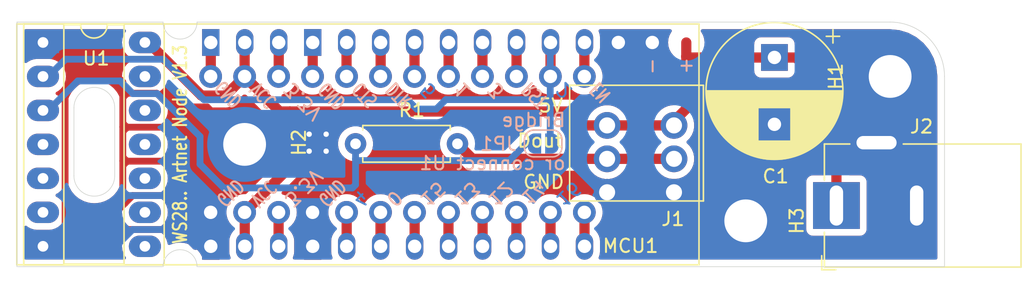
<source format=kicad_pcb>
(kicad_pcb (version 20171130) (host pcbnew "(5.1.4)-1")

  (general
    (thickness 1.6)
    (drawings 40)
    (tracks 180)
    (zones 0)
    (modules 13)
    (nets 25)
  )

  (page A4)
  (layers
    (0 F.Cu signal)
    (31 B.Cu signal)
    (32 B.Adhes user hide)
    (33 F.Adhes user hide)
    (34 B.Paste user hide)
    (35 F.Paste user hide)
    (36 B.SilkS user)
    (37 F.SilkS user)
    (38 B.Mask user)
    (39 F.Mask user)
    (40 Dwgs.User user)
    (41 Cmts.User user hide)
    (42 Eco1.User user hide)
    (43 Eco2.User user hide)
    (44 Edge.Cuts user)
    (45 Margin user hide)
    (46 B.CrtYd user)
    (47 F.CrtYd user)
    (48 B.Fab user hide)
    (49 F.Fab user hide)
  )

  (setup
    (last_trace_width 0.762)
    (user_trace_width 0.254)
    (user_trace_width 0.508)
    (user_trace_width 0.762)
    (trace_clearance 0.2)
    (zone_clearance 0.508)
    (zone_45_only no)
    (trace_min 0.2)
    (via_size 0.8)
    (via_drill 0.4)
    (via_min_size 0.4)
    (via_min_drill 0.3)
    (uvia_size 0.3)
    (uvia_drill 0.1)
    (uvias_allowed no)
    (uvia_min_size 0.2)
    (uvia_min_drill 0.1)
    (edge_width 0.05)
    (segment_width 0.2)
    (pcb_text_width 0.3)
    (pcb_text_size 1.5 1.5)
    (mod_edge_width 0.12)
    (mod_text_size 1 1)
    (mod_text_width 0.15)
    (pad_size 1.7 1.7)
    (pad_drill 1)
    (pad_to_mask_clearance 0.051)
    (solder_mask_min_width 0.25)
    (aux_axis_origin 0 0)
    (visible_elements 7FFFFFFF)
    (pcbplotparams
      (layerselection 0x010fc_ffffffff)
      (usegerberextensions false)
      (usegerberattributes false)
      (usegerberadvancedattributes false)
      (creategerberjobfile false)
      (excludeedgelayer true)
      (linewidth 0.100000)
      (plotframeref false)
      (viasonmask false)
      (mode 1)
      (useauxorigin false)
      (hpglpennumber 1)
      (hpglpenspeed 20)
      (hpglpendiameter 15.000000)
      (psnegative false)
      (psa4output false)
      (plotreference true)
      (plotvalue true)
      (plotinvisibletext false)
      (padsonsilk false)
      (subtractmaskfromsilk false)
      (outputformat 1)
      (mirror false)
      (drillshape 0)
      (scaleselection 1)
      (outputdirectory "Gerbers 1.3/"))
  )

  (net 0 "")
  (net 1 "Net-(J1-Pad2)")
  (net 2 "Net-(JP1-Pad1)")
  (net 3 /2)
  (net 4 GND)
  (net 5 /9)
  (net 6 /14)
  (net 7 /5)
  (net 8 /25)
  (net 9 /26)
  (net 10 /24)
  (net 11 /18)
  (net 12 /17)
  (net 13 /19)
  (net 14 /20)
  (net 15 /7)
  (net 16 /3)
  (net 17 /16)
  (net 18 /15)
  (net 19 /13)
  (net 20 /12)
  (net 21 /10)
  (net 22 /6)
  (net 23 /8)
  (net 24 /11)

  (net_class Default "This is the default net class."
    (clearance 0.2)
    (trace_width 0.25)
    (via_dia 0.8)
    (via_drill 0.4)
    (uvia_dia 0.3)
    (uvia_drill 0.1)
    (add_net /10)
    (add_net /11)
    (add_net /12)
    (add_net /13)
    (add_net /14)
    (add_net /15)
    (add_net /16)
    (add_net /17)
    (add_net /18)
    (add_net /19)
    (add_net /2)
    (add_net /20)
    (add_net /24)
    (add_net /25)
    (add_net /26)
    (add_net /3)
    (add_net /5)
    (add_net /6)
    (add_net /7)
    (add_net /8)
    (add_net /9)
    (add_net GND)
    (add_net "Net-(J1-Pad2)")
    (add_net "Net-(JP1-Pad1)")
  )

  (module Connector_PinSocket_2.54mm:PinSocket_1x02_P2.54mm_Vertical (layer F.Cu) (tedit 5DD7DC48) (tstamp 5DD801E8)
    (at 208.28 58.42 90)
    (descr "Through hole straight socket strip, 1x02, 2.54mm pitch, single row (from Kicad 4.0.7), script generated")
    (tags "Through hole socket strip THT 1x02 2.54mm single row")
    (path /5DD855EB)
    (fp_text reference - (at -1.78 -0.05 90) (layer B.SilkS)
      (effects (font (size 1 1) (thickness 0.15)) (justify mirror))
    )
    (fp_text value Conn_01x02 (at 0 5.31 90) (layer F.Fab)
      (effects (font (size 1 1) (thickness 0.15)))
    )
    (fp_text user %R (at 0 1.27) (layer F.Fab)
      (effects (font (size 1 1) (thickness 0.15)))
    )
    (fp_line (start -1.27 3.81) (end -1.27 -1.27) (layer F.Fab) (width 0.1))
    (fp_line (start 1.27 3.81) (end -1.27 3.81) (layer F.Fab) (width 0.1))
    (fp_line (start 1.27 -0.635) (end 1.27 3.81) (layer F.Fab) (width 0.1))
    (fp_line (start 0.635 -1.27) (end 1.27 -0.635) (layer F.Fab) (width 0.1))
    (fp_line (start -1.27 -1.27) (end 0.635 -1.27) (layer F.Fab) (width 0.1))
    (fp_text user + (at -1.74 2.49 90) (layer B.SilkS)
      (effects (font (size 1 1) (thickness 0.15)) (justify mirror))
    )
    (pad 2 thru_hole oval (at 0 -2.54 270) (size 1.7 1.7) (drill 1) (layers *.Cu *.Mask)
      (net 3 /2))
    (pad 1 thru_hole rect (at 0 0 90) (size 1.7 1.7) (drill 1) (layers *.Cu *.Mask)
      (net 4 GND))
    (model ${KISYS3DMOD}/Connector_PinSocket_2.54mm.3dshapes/PinSocket_1x02_P2.54mm_Vertical.wrl
      (at (xyz 0 0 0))
      (scale (xyz 1 1 1))
      (rotate (xyz 0 0 0))
    )
  )

  (module Connector_PinHeader_2.54mm:PinHeader_1x12_P2.54mm_Vertical (layer B.Cu) (tedit 5DD7D742) (tstamp 5DD5A7CD)
    (at 203.2 71.12 90)
    (descr "Through hole straight pin header, 1x12, 2.54mm pitch, single row")
    (tags "Through hole pin header THT 1x12 2.54mm single row")
    (path /5DD57026)
    (fp_text reference 14 (at 0.77 -4.51 225 unlocked) (layer B.SilkS)
      (effects (font (size 1 1) (thickness 0.15)) (justify left mirror))
    )
    (fp_text value Conn_01x12 (at 0 -30.27 90) (layer B.Fab)
      (effects (font (size 1 1) (thickness 0.15)) (justify mirror))
    )
    (fp_text user %R (at 0 -13.97 180) (layer B.Fab)
      (effects (font (size 1 1) (thickness 0.15)) (justify mirror))
    )
    (fp_line (start 1.8 1.8) (end -1.8 1.8) (layer B.CrtYd) (width 0.05))
    (fp_line (start 1.8 -29.75) (end 1.8 1.8) (layer B.CrtYd) (width 0.05))
    (fp_line (start -1.8 -29.75) (end 1.8 -29.75) (layer B.CrtYd) (width 0.05))
    (fp_line (start -1.8 1.8) (end -1.8 -29.75) (layer B.CrtYd) (width 0.05))
    (fp_line (start -1.27 0.635) (end -0.635 1.27) (layer B.Fab) (width 0.1))
    (fp_line (start -1.27 -29.21) (end -1.27 0.635) (layer B.Fab) (width 0.1))
    (fp_line (start 1.27 -29.21) (end -1.27 -29.21) (layer B.Fab) (width 0.1))
    (fp_line (start 1.27 1.27) (end 1.27 -29.21) (layer B.Fab) (width 0.1))
    (fp_line (start -0.635 1.27) (end 1.27 1.27) (layer B.Fab) (width 0.1))
    (pad 12 thru_hole oval (at 0 -27.94 90) (size 1.7 1.7) (drill 1) (layers *.Cu *.Mask)
      (net 4 GND))
    (pad 11 thru_hole oval (at 0 -25.4 90) (size 1.7 1.7) (drill 1) (layers *.Cu *.Mask)
      (net 3 /2))
    (pad 10 thru_hole oval (at 0 -22.86 90) (size 1.7 1.7) (drill 1) (layers *.Cu *.Mask)
      (net 16 /3))
    (pad 9 thru_hole oval (at 0 -20.32 90) (size 1.7 1.7) (drill 1) (layers *.Cu *.Mask)
      (net 4 GND))
    (pad 8 thru_hole oval (at 0 -17.78 90) (size 1.7 1.7) (drill 1) (layers *.Cu *.Mask)
      (net 17 /16))
    (pad 7 thru_hole oval (at 0 -15.24 90) (size 1.7 1.7) (drill 1) (layers *.Cu *.Mask)
      (net 18 /15))
    (pad 6 thru_hole oval (at 0 -12.7 90) (size 1.7 1.7) (drill 1) (layers *.Cu *.Mask)
      (net 19 /13))
    (pad 5 thru_hole oval (at 0 -10.16 90) (size 1.7 1.7) (drill 1) (layers *.Cu *.Mask)
      (net 20 /12))
    (pad 4 thru_hole oval (at 0 -7.62 90) (size 1.7 1.7) (drill 1) (layers *.Cu *.Mask)
      (net 21 /10))
    (pad 3 thru_hole oval (at 0 -5.08 90) (size 1.7 1.7) (drill 1) (layers *.Cu *.Mask)
      (net 22 /6))
    (pad 2 thru_hole oval (at 0 -2.54 90) (size 1.7 1.7) (drill 1) (layers *.Cu *.Mask)
      (net 23 /8))
    (pad 1 thru_hole oval (at 0 0 90) (size 1.7 1.7) (drill 1) (layers *.Cu *.Mask)
      (net 24 /11))
    (model ${KISYS3DMOD}/Connector_PinHeader_2.54mm.3dshapes/PinHeader_1x12_P2.54mm_Vertical.wrl
      (at (xyz 0 0 0))
      (scale (xyz 1 1 1))
      (rotate (xyz 0 0 0))
    )
  )

  (module ArtNetNode:GRUNDGEHAEUSE_PTSM_0_5__3_HHI_2_5_THR (layer F.Cu) (tedit 5DD7D359) (tstamp 5DD7F961)
    (at 207.34 65.92)
    (path /5DC450C7)
    (fp_text reference J1 (at 2.48 5.7) (layer F.SilkS)
      (effects (font (size 1 1) (thickness 0.15)))
    )
    (fp_text value Conn_01x03 (at 1 5.6 180) (layer F.Fab)
      (effects (font (size 1 1) (thickness 0.15)))
    )
    (fp_text user 5V (at -6.65 -2.78) (layer F.SilkS)
      (effects (font (size 1 1) (thickness 0.15)))
    )
    (fp_text user Dout (at -7.45 -0.16) (layer F.SilkS)
      (effects (font (size 1 1) (thickness 0.15)))
    )
    (fp_text user GND (at -7.18 2.93 180) (layer F.SilkS)
      (effects (font (size 1 1) (thickness 0.15)))
    )
    (fp_line (start 4.76 -4.3) (end 4.76 4.35) (layer F.SilkS) (width 0.12))
    (fp_line (start 4.76 4.35) (end -5.24 4.35) (layer F.SilkS) (width 0.12))
    (fp_line (start 4.76 -4.3) (end -5.24 -4.3) (layer F.SilkS) (width 0.12))
    (fp_line (start -5.24 -4.3) (end -5.24 4.35) (layer F.SilkS) (width 0.12))
    (pad 1 thru_hole circle (at 2.56 -1.3 270) (size 2 2) (drill 1.2) (layers *.Cu *.Mask)
      (net 3 /2))
    (pad 2 thru_hole circle (at 2.56 1.2 270) (size 2 2) (drill 1.2) (layers *.Cu *.Mask)
      (net 1 "Net-(J1-Pad2)"))
    (pad 3 thru_hole rect (at 2.56 3.7 270) (size 2 2) (drill 1.2) (layers *.Cu *.Mask)
      (net 4 GND))
    (pad 3 thru_hole circle (at -2.44 3.7 270) (size 2 2) (drill 1.2) (layers *.Cu *.Mask)
      (net 4 GND))
    (pad 2 thru_hole circle (at -2.44 1.2 270) (size 2 2) (drill 1.2) (layers *.Cu *.Mask)
      (net 1 "Net-(J1-Pad2)"))
    (pad 1 thru_hole circle (at -2.44 -1.3 270) (size 2 2) (drill 1.2) (layers *.Cu *.Mask)
      (net 3 /2))
  )

  (module Capacitor_THT:CP_Radial_D10.0mm_P5.00mm (layer F.Cu) (tedit 5DD59296) (tstamp 5DD5A54C)
    (at 217.41 59.54 270)
    (descr "CP, Radial series, Radial, pin pitch=5.00mm, , diameter=10mm, Electrolytic Capacitor")
    (tags "CP Radial series Radial pin pitch 5.00mm  diameter 10mm Electrolytic Capacitor")
    (path /5DC690AB)
    (fp_text reference C1 (at 8.89 -0.0889 180) (layer F.SilkS)
      (effects (font (size 1 1) (thickness 0.15)))
    )
    (fp_text value CP (at 2.5 6.25 270) (layer F.Fab)
      (effects (font (size 1 1) (thickness 0.15)))
    )
    (fp_circle (center 2.5 0) (end 7.5 0) (layer F.Fab) (width 0.1))
    (fp_circle (center 2.5 0) (end 7.62 0) (layer F.SilkS) (width 0.12))
    (fp_circle (center 2.5 0) (end 7.75 0) (layer F.CrtYd) (width 0.05))
    (fp_line (start -1.788861 -2.1875) (end -0.788861 -2.1875) (layer F.Fab) (width 0.1))
    (fp_line (start -1.288861 -2.6875) (end -1.288861 -1.6875) (layer F.Fab) (width 0.1))
    (fp_line (start 2.5 -5.08) (end 2.5 5.08) (layer F.SilkS) (width 0.12))
    (fp_line (start 2.54 -5.08) (end 2.54 5.08) (layer F.SilkS) (width 0.12))
    (fp_line (start 2.58 -5.08) (end 2.58 5.08) (layer F.SilkS) (width 0.12))
    (fp_line (start 2.62 -5.079) (end 2.62 5.079) (layer F.SilkS) (width 0.12))
    (fp_line (start 2.66 -5.078) (end 2.66 5.078) (layer F.SilkS) (width 0.12))
    (fp_line (start 2.7 -5.077) (end 2.7 5.077) (layer F.SilkS) (width 0.12))
    (fp_line (start 2.74 -5.075) (end 2.74 5.075) (layer F.SilkS) (width 0.12))
    (fp_line (start 2.78 -5.073) (end 2.78 5.073) (layer F.SilkS) (width 0.12))
    (fp_line (start 2.82 -5.07) (end 2.82 5.07) (layer F.SilkS) (width 0.12))
    (fp_line (start 2.86 -5.068) (end 2.86 5.068) (layer F.SilkS) (width 0.12))
    (fp_line (start 2.9 -5.065) (end 2.9 5.065) (layer F.SilkS) (width 0.12))
    (fp_line (start 2.94 -5.062) (end 2.94 5.062) (layer F.SilkS) (width 0.12))
    (fp_line (start 2.98 -5.058) (end 2.98 5.058) (layer F.SilkS) (width 0.12))
    (fp_line (start 3.02 -5.054) (end 3.02 5.054) (layer F.SilkS) (width 0.12))
    (fp_line (start 3.06 -5.05) (end 3.06 5.05) (layer F.SilkS) (width 0.12))
    (fp_line (start 3.1 -5.045) (end 3.1 5.045) (layer F.SilkS) (width 0.12))
    (fp_line (start 3.14 -5.04) (end 3.14 5.04) (layer F.SilkS) (width 0.12))
    (fp_line (start 3.18 -5.035) (end 3.18 5.035) (layer F.SilkS) (width 0.12))
    (fp_line (start 3.221 -5.03) (end 3.221 5.03) (layer F.SilkS) (width 0.12))
    (fp_line (start 3.261 -5.024) (end 3.261 5.024) (layer F.SilkS) (width 0.12))
    (fp_line (start 3.301 -5.018) (end 3.301 5.018) (layer F.SilkS) (width 0.12))
    (fp_line (start 3.341 -5.011) (end 3.341 5.011) (layer F.SilkS) (width 0.12))
    (fp_line (start 3.381 -5.004) (end 3.381 5.004) (layer F.SilkS) (width 0.12))
    (fp_line (start 3.421 -4.997) (end 3.421 4.997) (layer F.SilkS) (width 0.12))
    (fp_line (start 3.461 -4.99) (end 3.461 4.99) (layer F.SilkS) (width 0.12))
    (fp_line (start 3.501 -4.982) (end 3.501 4.982) (layer F.SilkS) (width 0.12))
    (fp_line (start 3.541 -4.974) (end 3.541 4.974) (layer F.SilkS) (width 0.12))
    (fp_line (start 3.581 -4.965) (end 3.581 4.965) (layer F.SilkS) (width 0.12))
    (fp_line (start 3.621 -4.956) (end 3.621 4.956) (layer F.SilkS) (width 0.12))
    (fp_line (start 3.661 -4.947) (end 3.661 4.947) (layer F.SilkS) (width 0.12))
    (fp_line (start 3.701 -4.938) (end 3.701 4.938) (layer F.SilkS) (width 0.12))
    (fp_line (start 3.741 -4.928) (end 3.741 4.928) (layer F.SilkS) (width 0.12))
    (fp_line (start 3.781 -4.918) (end 3.781 -1.241) (layer F.SilkS) (width 0.12))
    (fp_line (start 3.781 1.241) (end 3.781 4.918) (layer F.SilkS) (width 0.12))
    (fp_line (start 3.821 -4.907) (end 3.821 -1.241) (layer F.SilkS) (width 0.12))
    (fp_line (start 3.821 1.241) (end 3.821 4.907) (layer F.SilkS) (width 0.12))
    (fp_line (start 3.861 -4.897) (end 3.861 -1.241) (layer F.SilkS) (width 0.12))
    (fp_line (start 3.861 1.241) (end 3.861 4.897) (layer F.SilkS) (width 0.12))
    (fp_line (start 3.901 -4.885) (end 3.901 -1.241) (layer F.SilkS) (width 0.12))
    (fp_line (start 3.901 1.241) (end 3.901 4.885) (layer F.SilkS) (width 0.12))
    (fp_line (start 3.941 -4.874) (end 3.941 -1.241) (layer F.SilkS) (width 0.12))
    (fp_line (start 3.941 1.241) (end 3.941 4.874) (layer F.SilkS) (width 0.12))
    (fp_line (start 3.981 -4.862) (end 3.981 -1.241) (layer F.SilkS) (width 0.12))
    (fp_line (start 3.981 1.241) (end 3.981 4.862) (layer F.SilkS) (width 0.12))
    (fp_line (start 4.021 -4.85) (end 4.021 -1.241) (layer F.SilkS) (width 0.12))
    (fp_line (start 4.021 1.241) (end 4.021 4.85) (layer F.SilkS) (width 0.12))
    (fp_line (start 4.061 -4.837) (end 4.061 -1.241) (layer F.SilkS) (width 0.12))
    (fp_line (start 4.061 1.241) (end 4.061 4.837) (layer F.SilkS) (width 0.12))
    (fp_line (start 4.101 -4.824) (end 4.101 -1.241) (layer F.SilkS) (width 0.12))
    (fp_line (start 4.101 1.241) (end 4.101 4.824) (layer F.SilkS) (width 0.12))
    (fp_line (start 4.141 -4.811) (end 4.141 -1.241) (layer F.SilkS) (width 0.12))
    (fp_line (start 4.141 1.241) (end 4.141 4.811) (layer F.SilkS) (width 0.12))
    (fp_line (start 4.181 -4.797) (end 4.181 -1.241) (layer F.SilkS) (width 0.12))
    (fp_line (start 4.181 1.241) (end 4.181 4.797) (layer F.SilkS) (width 0.12))
    (fp_line (start 4.221 -4.783) (end 4.221 -1.241) (layer F.SilkS) (width 0.12))
    (fp_line (start 4.221 1.241) (end 4.221 4.783) (layer F.SilkS) (width 0.12))
    (fp_line (start 4.261 -4.768) (end 4.261 -1.241) (layer F.SilkS) (width 0.12))
    (fp_line (start 4.261 1.241) (end 4.261 4.768) (layer F.SilkS) (width 0.12))
    (fp_line (start 4.301 -4.754) (end 4.301 -1.241) (layer F.SilkS) (width 0.12))
    (fp_line (start 4.301 1.241) (end 4.301 4.754) (layer F.SilkS) (width 0.12))
    (fp_line (start 4.341 -4.738) (end 4.341 -1.241) (layer F.SilkS) (width 0.12))
    (fp_line (start 4.341 1.241) (end 4.341 4.738) (layer F.SilkS) (width 0.12))
    (fp_line (start 4.381 -4.723) (end 4.381 -1.241) (layer F.SilkS) (width 0.12))
    (fp_line (start 4.381 1.241) (end 4.381 4.723) (layer F.SilkS) (width 0.12))
    (fp_line (start 4.421 -4.707) (end 4.421 -1.241) (layer F.SilkS) (width 0.12))
    (fp_line (start 4.421 1.241) (end 4.421 4.707) (layer F.SilkS) (width 0.12))
    (fp_line (start 4.461 -4.69) (end 4.461 -1.241) (layer F.SilkS) (width 0.12))
    (fp_line (start 4.461 1.241) (end 4.461 4.69) (layer F.SilkS) (width 0.12))
    (fp_line (start 4.501 -4.674) (end 4.501 -1.241) (layer F.SilkS) (width 0.12))
    (fp_line (start 4.501 1.241) (end 4.501 4.674) (layer F.SilkS) (width 0.12))
    (fp_line (start 4.541 -4.657) (end 4.541 -1.241) (layer F.SilkS) (width 0.12))
    (fp_line (start 4.541 1.241) (end 4.541 4.657) (layer F.SilkS) (width 0.12))
    (fp_line (start 4.581 -4.639) (end 4.581 -1.241) (layer F.SilkS) (width 0.12))
    (fp_line (start 4.581 1.241) (end 4.581 4.639) (layer F.SilkS) (width 0.12))
    (fp_line (start 4.621 -4.621) (end 4.621 -1.241) (layer F.SilkS) (width 0.12))
    (fp_line (start 4.621 1.241) (end 4.621 4.621) (layer F.SilkS) (width 0.12))
    (fp_line (start 4.661 -4.603) (end 4.661 -1.241) (layer F.SilkS) (width 0.12))
    (fp_line (start 4.661 1.241) (end 4.661 4.603) (layer F.SilkS) (width 0.12))
    (fp_line (start 4.701 -4.584) (end 4.701 -1.241) (layer F.SilkS) (width 0.12))
    (fp_line (start 4.701 1.241) (end 4.701 4.584) (layer F.SilkS) (width 0.12))
    (fp_line (start 4.741 -4.564) (end 4.741 -1.241) (layer F.SilkS) (width 0.12))
    (fp_line (start 4.741 1.241) (end 4.741 4.564) (layer F.SilkS) (width 0.12))
    (fp_line (start 4.781 -4.545) (end 4.781 -1.241) (layer F.SilkS) (width 0.12))
    (fp_line (start 4.781 1.241) (end 4.781 4.545) (layer F.SilkS) (width 0.12))
    (fp_line (start 4.821 -4.525) (end 4.821 -1.241) (layer F.SilkS) (width 0.12))
    (fp_line (start 4.821 1.241) (end 4.821 4.525) (layer F.SilkS) (width 0.12))
    (fp_line (start 4.861 -4.504) (end 4.861 -1.241) (layer F.SilkS) (width 0.12))
    (fp_line (start 4.861 1.241) (end 4.861 4.504) (layer F.SilkS) (width 0.12))
    (fp_line (start 4.901 -4.483) (end 4.901 -1.241) (layer F.SilkS) (width 0.12))
    (fp_line (start 4.901 1.241) (end 4.901 4.483) (layer F.SilkS) (width 0.12))
    (fp_line (start 4.941 -4.462) (end 4.941 -1.241) (layer F.SilkS) (width 0.12))
    (fp_line (start 4.941 1.241) (end 4.941 4.462) (layer F.SilkS) (width 0.12))
    (fp_line (start 4.981 -4.44) (end 4.981 -1.241) (layer F.SilkS) (width 0.12))
    (fp_line (start 4.981 1.241) (end 4.981 4.44) (layer F.SilkS) (width 0.12))
    (fp_line (start 5.021 -4.417) (end 5.021 -1.241) (layer F.SilkS) (width 0.12))
    (fp_line (start 5.021 1.241) (end 5.021 4.417) (layer F.SilkS) (width 0.12))
    (fp_line (start 5.061 -4.395) (end 5.061 -1.241) (layer F.SilkS) (width 0.12))
    (fp_line (start 5.061 1.241) (end 5.061 4.395) (layer F.SilkS) (width 0.12))
    (fp_line (start 5.101 -4.371) (end 5.101 -1.241) (layer F.SilkS) (width 0.12))
    (fp_line (start 5.101 1.241) (end 5.101 4.371) (layer F.SilkS) (width 0.12))
    (fp_line (start 5.141 -4.347) (end 5.141 -1.241) (layer F.SilkS) (width 0.12))
    (fp_line (start 5.141 1.241) (end 5.141 4.347) (layer F.SilkS) (width 0.12))
    (fp_line (start 5.181 -4.323) (end 5.181 -1.241) (layer F.SilkS) (width 0.12))
    (fp_line (start 5.181 1.241) (end 5.181 4.323) (layer F.SilkS) (width 0.12))
    (fp_line (start 5.221 -4.298) (end 5.221 -1.241) (layer F.SilkS) (width 0.12))
    (fp_line (start 5.221 1.241) (end 5.221 4.298) (layer F.SilkS) (width 0.12))
    (fp_line (start 5.261 -4.273) (end 5.261 -1.241) (layer F.SilkS) (width 0.12))
    (fp_line (start 5.261 1.241) (end 5.261 4.273) (layer F.SilkS) (width 0.12))
    (fp_line (start 5.301 -4.247) (end 5.301 -1.241) (layer F.SilkS) (width 0.12))
    (fp_line (start 5.301 1.241) (end 5.301 4.247) (layer F.SilkS) (width 0.12))
    (fp_line (start 5.341 -4.221) (end 5.341 -1.241) (layer F.SilkS) (width 0.12))
    (fp_line (start 5.341 1.241) (end 5.341 4.221) (layer F.SilkS) (width 0.12))
    (fp_line (start 5.381 -4.194) (end 5.381 -1.241) (layer F.SilkS) (width 0.12))
    (fp_line (start 5.381 1.241) (end 5.381 4.194) (layer F.SilkS) (width 0.12))
    (fp_line (start 5.421 -4.166) (end 5.421 -1.241) (layer F.SilkS) (width 0.12))
    (fp_line (start 5.421 1.241) (end 5.421 4.166) (layer F.SilkS) (width 0.12))
    (fp_line (start 5.461 -4.138) (end 5.461 -1.241) (layer F.SilkS) (width 0.12))
    (fp_line (start 5.461 1.241) (end 5.461 4.138) (layer F.SilkS) (width 0.12))
    (fp_line (start 5.501 -4.11) (end 5.501 -1.241) (layer F.SilkS) (width 0.12))
    (fp_line (start 5.501 1.241) (end 5.501 4.11) (layer F.SilkS) (width 0.12))
    (fp_line (start 5.541 -4.08) (end 5.541 -1.241) (layer F.SilkS) (width 0.12))
    (fp_line (start 5.541 1.241) (end 5.541 4.08) (layer F.SilkS) (width 0.12))
    (fp_line (start 5.581 -4.05) (end 5.581 -1.241) (layer F.SilkS) (width 0.12))
    (fp_line (start 5.581 1.241) (end 5.581 4.05) (layer F.SilkS) (width 0.12))
    (fp_line (start 5.621 -4.02) (end 5.621 -1.241) (layer F.SilkS) (width 0.12))
    (fp_line (start 5.621 1.241) (end 5.621 4.02) (layer F.SilkS) (width 0.12))
    (fp_line (start 5.661 -3.989) (end 5.661 -1.241) (layer F.SilkS) (width 0.12))
    (fp_line (start 5.661 1.241) (end 5.661 3.989) (layer F.SilkS) (width 0.12))
    (fp_line (start 5.701 -3.957) (end 5.701 -1.241) (layer F.SilkS) (width 0.12))
    (fp_line (start 5.701 1.241) (end 5.701 3.957) (layer F.SilkS) (width 0.12))
    (fp_line (start 5.741 -3.925) (end 5.741 -1.241) (layer F.SilkS) (width 0.12))
    (fp_line (start 5.741 1.241) (end 5.741 3.925) (layer F.SilkS) (width 0.12))
    (fp_line (start 5.781 -3.892) (end 5.781 -1.241) (layer F.SilkS) (width 0.12))
    (fp_line (start 5.781 1.241) (end 5.781 3.892) (layer F.SilkS) (width 0.12))
    (fp_line (start 5.821 -3.858) (end 5.821 -1.241) (layer F.SilkS) (width 0.12))
    (fp_line (start 5.821 1.241) (end 5.821 3.858) (layer F.SilkS) (width 0.12))
    (fp_line (start 5.861 -3.824) (end 5.861 -1.241) (layer F.SilkS) (width 0.12))
    (fp_line (start 5.861 1.241) (end 5.861 3.824) (layer F.SilkS) (width 0.12))
    (fp_line (start 5.901 -3.789) (end 5.901 -1.241) (layer F.SilkS) (width 0.12))
    (fp_line (start 5.901 1.241) (end 5.901 3.789) (layer F.SilkS) (width 0.12))
    (fp_line (start 5.941 -3.753) (end 5.941 -1.241) (layer F.SilkS) (width 0.12))
    (fp_line (start 5.941 1.241) (end 5.941 3.753) (layer F.SilkS) (width 0.12))
    (fp_line (start 5.981 -3.716) (end 5.981 -1.241) (layer F.SilkS) (width 0.12))
    (fp_line (start 5.981 1.241) (end 5.981 3.716) (layer F.SilkS) (width 0.12))
    (fp_line (start 6.021 -3.679) (end 6.021 -1.241) (layer F.SilkS) (width 0.12))
    (fp_line (start 6.021 1.241) (end 6.021 3.679) (layer F.SilkS) (width 0.12))
    (fp_line (start 6.061 -3.64) (end 6.061 -1.241) (layer F.SilkS) (width 0.12))
    (fp_line (start 6.061 1.241) (end 6.061 3.64) (layer F.SilkS) (width 0.12))
    (fp_line (start 6.101 -3.601) (end 6.101 -1.241) (layer F.SilkS) (width 0.12))
    (fp_line (start 6.101 1.241) (end 6.101 3.601) (layer F.SilkS) (width 0.12))
    (fp_line (start 6.141 -3.561) (end 6.141 -1.241) (layer F.SilkS) (width 0.12))
    (fp_line (start 6.141 1.241) (end 6.141 3.561) (layer F.SilkS) (width 0.12))
    (fp_line (start 6.181 -3.52) (end 6.181 -1.241) (layer F.SilkS) (width 0.12))
    (fp_line (start 6.181 1.241) (end 6.181 3.52) (layer F.SilkS) (width 0.12))
    (fp_line (start 6.221 -3.478) (end 6.221 -1.241) (layer F.SilkS) (width 0.12))
    (fp_line (start 6.221 1.241) (end 6.221 3.478) (layer F.SilkS) (width 0.12))
    (fp_line (start 6.261 -3.436) (end 6.261 3.436) (layer F.SilkS) (width 0.12))
    (fp_line (start 6.301 -3.392) (end 6.301 3.392) (layer F.SilkS) (width 0.12))
    (fp_line (start 6.341 -3.347) (end 6.341 3.347) (layer F.SilkS) (width 0.12))
    (fp_line (start 6.381 -3.301) (end 6.381 3.301) (layer F.SilkS) (width 0.12))
    (fp_line (start 6.421 -3.254) (end 6.421 3.254) (layer F.SilkS) (width 0.12))
    (fp_line (start 6.461 -3.206) (end 6.461 3.206) (layer F.SilkS) (width 0.12))
    (fp_line (start 6.501 -3.156) (end 6.501 3.156) (layer F.SilkS) (width 0.12))
    (fp_line (start 6.541 -3.106) (end 6.541 3.106) (layer F.SilkS) (width 0.12))
    (fp_line (start 6.581 -3.054) (end 6.581 3.054) (layer F.SilkS) (width 0.12))
    (fp_line (start 6.621 -3) (end 6.621 3) (layer F.SilkS) (width 0.12))
    (fp_line (start 6.661 -2.945) (end 6.661 2.945) (layer F.SilkS) (width 0.12))
    (fp_line (start 6.701 -2.889) (end 6.701 2.889) (layer F.SilkS) (width 0.12))
    (fp_line (start 6.741 -2.83) (end 6.741 2.83) (layer F.SilkS) (width 0.12))
    (fp_line (start 6.781 -2.77) (end 6.781 2.77) (layer F.SilkS) (width 0.12))
    (fp_line (start 6.821 -2.709) (end 6.821 2.709) (layer F.SilkS) (width 0.12))
    (fp_line (start 6.861 -2.645) (end 6.861 2.645) (layer F.SilkS) (width 0.12))
    (fp_line (start 6.901 -2.579) (end 6.901 2.579) (layer F.SilkS) (width 0.12))
    (fp_line (start 6.941 -2.51) (end 6.941 2.51) (layer F.SilkS) (width 0.12))
    (fp_line (start 6.981 -2.439) (end 6.981 2.439) (layer F.SilkS) (width 0.12))
    (fp_line (start 7.021 -2.365) (end 7.021 2.365) (layer F.SilkS) (width 0.12))
    (fp_line (start 7.061 -2.289) (end 7.061 2.289) (layer F.SilkS) (width 0.12))
    (fp_line (start 7.101 -2.209) (end 7.101 2.209) (layer F.SilkS) (width 0.12))
    (fp_line (start 7.141 -2.125) (end 7.141 2.125) (layer F.SilkS) (width 0.12))
    (fp_line (start 7.181 -2.037) (end 7.181 2.037) (layer F.SilkS) (width 0.12))
    (fp_line (start 7.221 -1.944) (end 7.221 1.944) (layer F.SilkS) (width 0.12))
    (fp_line (start 7.261 -1.846) (end 7.261 1.846) (layer F.SilkS) (width 0.12))
    (fp_line (start 7.301 -1.742) (end 7.301 1.742) (layer F.SilkS) (width 0.12))
    (fp_line (start 7.341 -1.63) (end 7.341 1.63) (layer F.SilkS) (width 0.12))
    (fp_line (start 7.381 -1.51) (end 7.381 1.51) (layer F.SilkS) (width 0.12))
    (fp_line (start 7.421 -1.378) (end 7.421 1.378) (layer F.SilkS) (width 0.12))
    (fp_line (start 7.461 -1.23) (end 7.461 1.23) (layer F.SilkS) (width 0.12))
    (fp_line (start 7.501 -1.062) (end 7.501 1.062) (layer F.SilkS) (width 0.12))
    (fp_line (start 7.541 -0.862) (end 7.541 0.862) (layer F.SilkS) (width 0.12))
    (fp_line (start 7.581 -0.599) (end 7.581 0.599) (layer F.SilkS) (width 0.12))
    (fp_line (start -2.079646 -4.375) (end -1.079646 -4.375) (layer F.SilkS) (width 0.12))
    (fp_line (start -1.579646 -4.875) (end -1.579646 -3.875) (layer F.SilkS) (width 0.12))
    (fp_text user %R (at 2.5 0 270) (layer F.Fab)
      (effects (font (size 1 1) (thickness 0.15)))
    )
    (pad 1 thru_hole rect (at 0 0 270) (size 2 2) (drill 1) (layers *.Cu *.Mask)
      (net 3 /2))
    (pad 2 thru_hole circle (at 5 0 270) (size 2 2) (drill 1) (layers *.Cu *.Mask)
      (net 4 GND))
    (model ${KISYS3DMOD}/Capacitor_THT.3dshapes/CP_Radial_D10.0mm_P5.00mm.wrl
      (at (xyz 0 0 0))
      (scale (xyz 1 1 1))
      (rotate (xyz 0 0 0))
    )
  )

  (module MountingHole:MountingHole_3.2mm_M3_DIN965_Pad (layer F.Cu) (tedit 56D1B4CB) (tstamp 5DD590B2)
    (at 177.8 66.04)
    (descr "Mounting Hole 3.2mm, M3, DIN965")
    (tags "mounting hole 3.2mm m3 din965")
    (path /5DD69A5A)
    (attr virtual)
    (fp_text reference H2 (at 4.06 -0.14 90) (layer F.SilkS)
      (effects (font (size 1 1) (thickness 0.15)))
    )
    (fp_text value MountingHole_Pad (at 0 3.8) (layer F.Fab)
      (effects (font (size 1 1) (thickness 0.15)))
    )
    (fp_circle (center 0 0) (end 3.05 0) (layer F.CrtYd) (width 0.05))
    (fp_circle (center 0 0) (end 2.8 0) (layer Cmts.User) (width 0.15))
    (fp_text user %R (at 0.3 0) (layer F.Fab)
      (effects (font (size 1 1) (thickness 0.15)))
    )
    (pad 1 thru_hole circle (at 0 0) (size 5.6 5.6) (drill 3.2) (layers *.Cu *.Mask)
      (net 4 GND))
  )

  (module ArtNetNode:Heltec_Wifi_Kit_8 (layer F.Cu) (tedit 5DD581BE) (tstamp 5DD5AD43)
    (at 160.77 75.04)
    (path /5DC4EA0E)
    (fp_text reference MCU1 (at 45.88 -1.41) (layer F.SilkS)
      (effects (font (size 1 1) (thickness 0.15)))
    )
    (fp_text value WiFi_Kit_8 (at 29.21 -19.05) (layer F.Fab)
      (effects (font (size 1 1) (thickness 0.15)))
    )
    (fp_line (start 0 0) (end 51 0) (layer F.SilkS) (width 0.12))
    (fp_line (start 0 0) (end 0 -18) (layer F.SilkS) (width 0.12))
    (fp_line (start 0 -18) (end 51 -18) (layer F.SilkS) (width 0.12))
    (fp_line (start 51 0) (end 51 -18) (layer F.SilkS) (width 0.12))
    (pad 26 thru_hole oval (at 32.28 -16.62) (size 1.3 2) (drill 1) (layers *.Cu *.Mask)
      (net 9 /26))
    (pad 25 thru_hole oval (at 34.82 -16.62) (size 1.3 2) (drill 1) (layers *.Cu *.Mask)
      (net 8 /25))
    (pad 24 thru_hole oval (at 29.74 -16.62) (size 1.3 2) (drill 1) (layers *.Cu *.Mask)
      (net 10 /24))
    (pad 21 thru_hole oval (at 17.04 -16.62) (size 1.3 2) (drill 1) (layers *.Cu *.Mask)
      (net 3 /2))
    (pad 20 thru_hole oval (at 19.58 -16.62) (size 1.3 2) (drill 1) (layers *.Cu *.Mask)
      (net 14 /20))
    (pad 19 thru_hole rect (at 22.12 -16.62) (size 1.3 2) (drill 1) (layers *.Cu *.Mask)
      (net 13 /19))
    (pad 18 thru_hole oval (at 27.2 -16.62) (size 1.3 2) (drill 1) (layers *.Cu *.Mask)
      (net 11 /18))
    (pad 17 thru_hole oval (at 24.66 -16.62) (size 1.3 2) (drill 1) (layers *.Cu *.Mask)
      (net 12 /17))
    (pad 16 thru_hole oval (at 24.66 -1.38) (size 1.3 2) (drill 1) (layers *.Cu *.Mask)
      (net 17 /16))
    (pad 15 thru_hole oval (at 27.2 -1.38) (size 1.3 2) (drill 1) (layers *.Cu *.Mask)
      (net 18 /15))
    (pad 14 thru_hole oval (at 39.9 -16.62) (size 1.3 2) (drill 1) (layers *.Cu *.Mask)
      (net 6 /14))
    (pad 13 thru_hole oval (at 29.74 -1.38) (size 1.3 2) (drill 1) (layers *.Cu *.Mask)
      (net 19 /13))
    (pad 12 thru_hole oval (at 32.28 -1.38) (size 1.3 2) (drill 1) (layers *.Cu *.Mask)
      (net 20 /12))
    (pad 11 thru_hole oval (at 42.44 -1.38) (size 1.3 2) (drill 1) (layers *.Cu *.Mask)
      (net 24 /11))
    (pad 10 thru_hole oval (at 34.82 -1.38) (size 1.3 2) (drill 1) (layers *.Cu *.Mask)
      (net 21 /10))
    (pad 9 thru_hole oval (at 42.44 -16.62) (size 1.3 2) (drill 1) (layers *.Cu *.Mask)
      (net 5 /9))
    (pad 8 thru_hole oval (at 39.9 -1.38) (size 1.3 2) (drill 1) (layers *.Cu *.Mask)
      (net 23 /8))
    (pad 7 thru_hole rect (at 14.5 -16.62) (size 1.3 2) (drill 1) (layers *.Cu *.Mask)
      (net 15 /7))
    (pad 6 thru_hole oval (at 37.36 -1.38) (size 1.3 2) (drill 1) (layers *.Cu *.Mask)
      (net 22 /6))
    (pad 5 thru_hole oval (at 37.36 -16.62) (size 1.3 2) (drill 1) (layers *.Cu *.Mask)
      (net 7 /5))
    (pad 4 thru_hole rect (at 22.12 -1.38) (size 1.3 2) (drill 1) (layers *.Cu *.Mask)
      (net 4 GND))
    (pad 3 thru_hole oval (at 19.58 -1.38) (size 1.3 2) (drill 1) (layers *.Cu *.Mask)
      (net 16 /3))
    (pad 2 thru_hole oval (at 17.04 -1.38) (size 1.3 2) (drill 1) (layers *.Cu *.Mask)
      (net 3 /2))
    (pad 1 thru_hole rect (at 14.5 -1.38) (size 1.3 2) (drill 1) (layers *.Cu *.Mask)
      (net 4 GND))
  )

  (module Connector_PinHeader_2.54mm:PinHeader_1x12_P2.54mm_Vertical (layer B.Cu) (tedit 5DD577F5) (tstamp 5DD5DD34)
    (at 175.26 60.96 270)
    (descr "Through hole straight pin header, 1x12, 2.54mm pitch, single row")
    (tags "Through hole pin header THT 1x12 2.54mm single row")
    (path /5DD5AB62)
    (fp_text reference GND (at 0.508 -0.508 135 unlocked) (layer B.SilkS)
      (effects (font (size 1 0.7) (thickness 0.15)) (justify left mirror))
    )
    (fp_text value Conn_01x12 (at 0 -30.27 270) (layer B.Fab)
      (effects (font (size 1 1) (thickness 0.15)) (justify mirror))
    )
    (fp_text user %R (at 0 -13.97 180) (layer B.Fab)
      (effects (font (size 1 1) (thickness 0.15)) (justify mirror))
    )
    (fp_line (start 1.8 1.8) (end -1.8 1.8) (layer B.CrtYd) (width 0.05))
    (fp_line (start 1.8 -29.75) (end 1.8 1.8) (layer B.CrtYd) (width 0.05))
    (fp_line (start -1.8 -29.75) (end 1.8 -29.75) (layer B.CrtYd) (width 0.05))
    (fp_line (start -1.8 1.8) (end -1.8 -29.75) (layer B.CrtYd) (width 0.05))
    (fp_line (start -1.27 0.635) (end -0.635 1.27) (layer B.Fab) (width 0.1))
    (fp_line (start -1.27 -29.21) (end -1.27 0.635) (layer B.Fab) (width 0.1))
    (fp_line (start 1.27 -29.21) (end -1.27 -29.21) (layer B.Fab) (width 0.1))
    (fp_line (start 1.27 1.27) (end 1.27 -29.21) (layer B.Fab) (width 0.1))
    (fp_line (start -0.635 1.27) (end 1.27 1.27) (layer B.Fab) (width 0.1))
    (pad 12 thru_hole oval (at 0 -27.94 270) (size 1.7 1.7) (drill 1) (layers *.Cu *.Mask)
      (net 5 /9))
    (pad 11 thru_hole oval (at 0 -25.4 270) (size 1.7 1.7) (drill 1) (layers *.Cu *.Mask)
      (net 6 /14))
    (pad 10 thru_hole oval (at 0 -22.86 270) (size 1.7 1.7) (drill 1) (layers *.Cu *.Mask)
      (net 7 /5))
    (pad 9 thru_hole oval (at 0 -20.32 270) (size 1.7 1.7) (drill 1) (layers *.Cu *.Mask)
      (net 8 /25))
    (pad 8 thru_hole oval (at 0 -17.78 270) (size 1.7 1.7) (drill 1) (layers *.Cu *.Mask)
      (net 9 /26))
    (pad 7 thru_hole oval (at 0 -15.24 270) (size 1.7 1.7) (drill 1) (layers *.Cu *.Mask)
      (net 10 /24))
    (pad 6 thru_hole oval (at 0 -12.7 270) (size 1.7 1.7) (drill 1) (layers *.Cu *.Mask)
      (net 11 /18))
    (pad 5 thru_hole oval (at 0 -10.16 270) (size 1.7 1.7) (drill 1) (layers *.Cu *.Mask)
      (net 12 /17))
    (pad 4 thru_hole oval (at 0 -7.62 270) (size 1.7 1.7) (drill 1) (layers *.Cu *.Mask)
      (net 13 /19))
    (pad 3 thru_hole oval (at 0 -5.08 270) (size 1.7 1.7) (drill 1) (layers *.Cu *.Mask)
      (net 14 /20))
    (pad 2 thru_hole oval (at 0 -2.54 270) (size 1.7 1.7) (drill 1) (layers *.Cu *.Mask)
      (net 3 /2))
    (pad 1 thru_hole circle (at 0 0 270) (size 1.7 1.7) (drill 1) (layers *.Cu *.Mask)
      (net 15 /7))
    (model ${KISYS3DMOD}/Connector_PinHeader_2.54mm.3dshapes/PinHeader_1x12_P2.54mm_Vertical.wrl
      (at (xyz 0 0 0))
      (scale (xyz 1 1 1))
      (rotate (xyz 0 0 0))
    )
  )

  (module MountingHole:MountingHole_3.2mm_M3_DIN965_Pad (layer F.Cu) (tedit 56D1B4CB) (tstamp 5DD5ABD6)
    (at 215.265 71.755)
    (descr "Mounting Hole 3.2mm, M3, DIN965")
    (tags "mounting hole 3.2mm m3 din965")
    (path /5DD6A9C8)
    (attr virtual)
    (fp_text reference H3 (at 3.81 0 270) (layer F.SilkS)
      (effects (font (size 1 1) (thickness 0.15)))
    )
    (fp_text value MountingHole_Pad (at 0 3.8) (layer F.Fab)
      (effects (font (size 1 1) (thickness 0.15)))
    )
    (fp_circle (center 0 0) (end 3.05 0) (layer F.CrtYd) (width 0.05))
    (fp_circle (center 0 0) (end 2.8 0) (layer Cmts.User) (width 0.15))
    (fp_text user %R (at 0.3 0) (layer F.Fab)
      (effects (font (size 1 1) (thickness 0.15)))
    )
    (pad 1 thru_hole circle (at 0 0) (size 5.6 5.6) (drill 3.2) (layers *.Cu *.Mask)
      (net 4 GND))
  )

  (module MountingHole:MountingHole_3.2mm_M3_DIN965_Pad (layer F.Cu) (tedit 56D1B4CB) (tstamp 5DD5A926)
    (at 226.06 60.96)
    (descr "Mounting Hole 3.2mm, M3, DIN965")
    (tags "mounting hole 3.2mm m3 din965")
    (path /5DD67206)
    (attr virtual)
    (fp_text reference H1 (at -4.064 0 90) (layer F.SilkS)
      (effects (font (size 1 1) (thickness 0.15)))
    )
    (fp_text value MountingHole_Pad (at 0 3.8) (layer F.Fab)
      (effects (font (size 1 1) (thickness 0.15)))
    )
    (fp_circle (center 0 0) (end 3.05 0) (layer F.CrtYd) (width 0.05))
    (fp_circle (center 0 0) (end 2.8 0) (layer Cmts.User) (width 0.15))
    (fp_text user %R (at 0.3 0) (layer F.Fab)
      (effects (font (size 1 1) (thickness 0.15)))
    )
    (pad 1 thru_hole circle (at 0 0) (size 5.6 5.6) (drill 3.2) (layers *.Cu *.Mask)
      (net 4 GND))
  )

  (module Connector_BarrelJack:BarrelJack_Horizontal (layer F.Cu) (tedit 5A1DBF6A) (tstamp 5DD597BD)
    (at 222.044 70.612 180)
    (descr "DC Barrel Jack")
    (tags "Power Jack")
    (path /5DC740E6)
    (fp_text reference J2 (at -6.362 5.9055) (layer F.SilkS)
      (effects (font (size 1 1) (thickness 0.15)))
    )
    (fp_text value Barrel_Jack_Switch (at -6.2 -5.5) (layer F.Fab)
      (effects (font (size 1 1) (thickness 0.15)))
    )
    (fp_text user %R (at -3 -2.95) (layer F.Fab)
      (effects (font (size 1 1) (thickness 0.15)))
    )
    (fp_line (start -0.003213 -4.505425) (end 0.8 -3.75) (layer F.Fab) (width 0.1))
    (fp_line (start 1.1 -3.75) (end 1.1 -4.8) (layer F.SilkS) (width 0.12))
    (fp_line (start 0.05 -4.8) (end 1.1 -4.8) (layer F.SilkS) (width 0.12))
    (fp_line (start 1 -4.5) (end 1 -4.75) (layer F.CrtYd) (width 0.05))
    (fp_line (start 1 -4.75) (end -14 -4.75) (layer F.CrtYd) (width 0.05))
    (fp_line (start 1 -4.5) (end 1 -2) (layer F.CrtYd) (width 0.05))
    (fp_line (start 1 -2) (end 2 -2) (layer F.CrtYd) (width 0.05))
    (fp_line (start 2 -2) (end 2 2) (layer F.CrtYd) (width 0.05))
    (fp_line (start 2 2) (end 1 2) (layer F.CrtYd) (width 0.05))
    (fp_line (start 1 2) (end 1 4.75) (layer F.CrtYd) (width 0.05))
    (fp_line (start 1 4.75) (end -1 4.75) (layer F.CrtYd) (width 0.05))
    (fp_line (start -1 4.75) (end -1 6.75) (layer F.CrtYd) (width 0.05))
    (fp_line (start -1 6.75) (end -5 6.75) (layer F.CrtYd) (width 0.05))
    (fp_line (start -5 6.75) (end -5 4.75) (layer F.CrtYd) (width 0.05))
    (fp_line (start -5 4.75) (end -14 4.75) (layer F.CrtYd) (width 0.05))
    (fp_line (start -14 4.75) (end -14 -4.75) (layer F.CrtYd) (width 0.05))
    (fp_line (start -5 4.6) (end -13.8 4.6) (layer F.SilkS) (width 0.12))
    (fp_line (start -13.8 4.6) (end -13.8 -4.6) (layer F.SilkS) (width 0.12))
    (fp_line (start 0.9 1.9) (end 0.9 4.6) (layer F.SilkS) (width 0.12))
    (fp_line (start 0.9 4.6) (end -1 4.6) (layer F.SilkS) (width 0.12))
    (fp_line (start -13.8 -4.6) (end 0.9 -4.6) (layer F.SilkS) (width 0.12))
    (fp_line (start 0.9 -4.6) (end 0.9 -2) (layer F.SilkS) (width 0.12))
    (fp_line (start -10.2 -4.5) (end -10.2 4.5) (layer F.Fab) (width 0.1))
    (fp_line (start -13.7 -4.5) (end -13.7 4.5) (layer F.Fab) (width 0.1))
    (fp_line (start -13.7 4.5) (end 0.8 4.5) (layer F.Fab) (width 0.1))
    (fp_line (start 0.8 4.5) (end 0.8 -3.75) (layer F.Fab) (width 0.1))
    (fp_line (start 0 -4.5) (end -13.7 -4.5) (layer F.Fab) (width 0.1))
    (pad 1 thru_hole rect (at 0 0 180) (size 3.5 3.5) (drill oval 1 3) (layers *.Cu *.Mask)
      (net 3 /2))
    (pad 2 thru_hole roundrect (at -6 0 180) (size 3 3.5) (drill oval 1 3) (layers *.Cu *.Mask) (roundrect_rratio 0.25)
      (net 4 GND))
    (pad 3 thru_hole roundrect (at -3 4.7 180) (size 3.5 3.5) (drill oval 3 1) (layers *.Cu *.Mask) (roundrect_rratio 0.25)
      (net 4 GND))
    (model ${KISYS3DMOD}/Connector_BarrelJack.3dshapes/BarrelJack_Horizontal.wrl
      (at (xyz 0 0 0))
      (scale (xyz 1 1 1))
      (rotate (xyz 0 0 0))
    )
  )

  (module Resistor_THT:R_Axial_DIN0207_L6.3mm_D2.5mm_P7.62mm_Horizontal (layer F.Cu) (tedit 5AE5139B) (tstamp 5DD5B97A)
    (at 186.0938 65.9976)
    (descr "Resistor, Axial_DIN0207 series, Axial, Horizontal, pin pitch=7.62mm, 0.25W = 1/4W, length*diameter=6.3*2.5mm^2, http://cdn-reichelt.de/documents/datenblatt/B400/1_4W%23YAG.pdf")
    (tags "Resistor Axial_DIN0207 series Axial Horizontal pin pitch 7.62mm 0.25W = 1/4W length 6.3mm diameter 2.5mm")
    (path /5DC46D07)
    (fp_text reference R1 (at 4.2037 -2.5146) (layer F.SilkS)
      (effects (font (size 1 1) (thickness 0.15)))
    )
    (fp_text value 220 (at 3.81 2.37) (layer F.Fab)
      (effects (font (size 1 1) (thickness 0.15)))
    )
    (fp_line (start 0.66 -1.25) (end 0.66 1.25) (layer F.Fab) (width 0.1))
    (fp_line (start 0.66 1.25) (end 6.96 1.25) (layer F.Fab) (width 0.1))
    (fp_line (start 6.96 1.25) (end 6.96 -1.25) (layer F.Fab) (width 0.1))
    (fp_line (start 6.96 -1.25) (end 0.66 -1.25) (layer F.Fab) (width 0.1))
    (fp_line (start 0 0) (end 0.66 0) (layer F.Fab) (width 0.1))
    (fp_line (start 7.62 0) (end 6.96 0) (layer F.Fab) (width 0.1))
    (fp_line (start 0.54 -1.04) (end 0.54 -1.37) (layer F.SilkS) (width 0.12))
    (fp_line (start 0.54 -1.37) (end 7.08 -1.37) (layer F.SilkS) (width 0.12))
    (fp_line (start 7.08 -1.37) (end 7.08 -1.04) (layer F.SilkS) (width 0.12))
    (fp_line (start 0.54 1.04) (end 0.54 1.37) (layer F.SilkS) (width 0.12))
    (fp_line (start 0.54 1.37) (end 7.08 1.37) (layer F.SilkS) (width 0.12))
    (fp_line (start 7.08 1.37) (end 7.08 1.04) (layer F.SilkS) (width 0.12))
    (fp_line (start -1.05 -1.5) (end -1.05 1.5) (layer F.CrtYd) (width 0.05))
    (fp_line (start -1.05 1.5) (end 8.67 1.5) (layer F.CrtYd) (width 0.05))
    (fp_line (start 8.67 1.5) (end 8.67 -1.5) (layer F.CrtYd) (width 0.05))
    (fp_line (start 8.67 -1.5) (end -1.05 -1.5) (layer F.CrtYd) (width 0.05))
    (fp_text user %R (at 4.208199 -0.191001) (layer F.Fab)
      (effects (font (size 1 1) (thickness 0.15)))
    )
    (pad 1 thru_hole circle (at 0 0) (size 1.6 1.6) (drill 0.8) (layers *.Cu *.Mask)
      (net 2 "Net-(JP1-Pad1)"))
    (pad 2 thru_hole oval (at 7.62 0) (size 1.6 1.6) (drill 0.8) (layers *.Cu *.Mask)
      (net 1 "Net-(J1-Pad2)"))
    (model ${KISYS3DMOD}/Resistor_THT.3dshapes/R_Axial_DIN0207_L6.3mm_D2.5mm_P7.62mm_Horizontal.wrl
      (at (xyz 0 0 0))
      (scale (xyz 1 1 1))
      (rotate (xyz 0 0 0))
    )
  )

  (module Package_DIP:DIP-14_W7.62mm_Socket_LongPads (layer F.Cu) (tedit 5A02E8C5) (tstamp 5DD5A834)
    (at 162.7258 58.42)
    (descr "14-lead though-hole mounted DIP package, row spacing 7.62 mm (300 mils), Socket, LongPads")
    (tags "THT DIP DIL PDIP 2.54mm 7.62mm 300mil Socket LongPads")
    (path /5DC484B8)
    (fp_text reference U1 (at 3.9742 1.2) (layer F.SilkS)
      (effects (font (size 1 1) (thickness 0.15)))
    )
    (fp_text value 74AHCT125 (at 3.81 17.57) (layer F.Fab)
      (effects (font (size 1 1) (thickness 0.15)))
    )
    (fp_arc (start 3.81 -1.33) (end 2.81 -1.33) (angle -180) (layer F.SilkS) (width 0.12))
    (fp_line (start 1.635 -1.27) (end 6.985 -1.27) (layer F.Fab) (width 0.1))
    (fp_line (start 6.985 -1.27) (end 6.985 16.51) (layer F.Fab) (width 0.1))
    (fp_line (start 6.985 16.51) (end 0.635 16.51) (layer F.Fab) (width 0.1))
    (fp_line (start 0.635 16.51) (end 0.635 -0.27) (layer F.Fab) (width 0.1))
    (fp_line (start 0.635 -0.27) (end 1.635 -1.27) (layer F.Fab) (width 0.1))
    (fp_line (start -1.27 -1.33) (end -1.27 16.57) (layer F.Fab) (width 0.1))
    (fp_line (start -1.27 16.57) (end 8.89 16.57) (layer F.Fab) (width 0.1))
    (fp_line (start 8.89 16.57) (end 8.89 -1.33) (layer F.Fab) (width 0.1))
    (fp_line (start 8.89 -1.33) (end -1.27 -1.33) (layer F.Fab) (width 0.1))
    (fp_line (start 2.81 -1.33) (end 1.56 -1.33) (layer F.SilkS) (width 0.12))
    (fp_line (start 1.56 -1.33) (end 1.56 16.57) (layer F.SilkS) (width 0.12))
    (fp_line (start 1.56 16.57) (end 6.06 16.57) (layer F.SilkS) (width 0.12))
    (fp_line (start 6.06 16.57) (end 6.06 -1.33) (layer F.SilkS) (width 0.12))
    (fp_line (start 6.06 -1.33) (end 4.81 -1.33) (layer F.SilkS) (width 0.12))
    (fp_line (start -1.44 -1.39) (end -1.44 16.63) (layer F.SilkS) (width 0.12))
    (fp_line (start -1.44 16.63) (end 9.06 16.63) (layer F.SilkS) (width 0.12))
    (fp_line (start 9.06 16.63) (end 9.06 -1.39) (layer F.SilkS) (width 0.12))
    (fp_line (start 9.06 -1.39) (end -1.44 -1.39) (layer F.SilkS) (width 0.12))
    (fp_line (start -1.55 -1.6) (end -1.55 16.85) (layer F.CrtYd) (width 0.05))
    (fp_line (start -1.55 16.85) (end 9.15 16.85) (layer F.CrtYd) (width 0.05))
    (fp_line (start 9.15 16.85) (end 9.15 -1.6) (layer F.CrtYd) (width 0.05))
    (fp_line (start 9.15 -1.6) (end -1.55 -1.6) (layer F.CrtYd) (width 0.05))
    (fp_text user %R (at 3.69062 2.51714) (layer F.Fab)
      (effects (font (size 1 1) (thickness 0.15)))
    )
    (pad 1 thru_hole rect (at 0 0) (size 2.4 1.6) (drill 0.8) (layers *.Cu *.Mask)
      (net 4 GND))
    (pad 8 thru_hole oval (at 7.62 15.24) (size 2.4 1.6) (drill 0.8) (layers *.Cu *.Mask))
    (pad 2 thru_hole oval (at 0 2.54) (size 2.4 1.6) (drill 0.8) (layers *.Cu *.Mask)
      (net 6 /14))
    (pad 9 thru_hole oval (at 7.62 12.7) (size 2.4 1.6) (drill 0.8) (layers *.Cu *.Mask))
    (pad 3 thru_hole oval (at 0 5.08) (size 2.4 1.6) (drill 0.8) (layers *.Cu *.Mask)
      (net 2 "Net-(JP1-Pad1)"))
    (pad 10 thru_hole oval (at 7.62 10.16) (size 2.4 1.6) (drill 0.8) (layers *.Cu *.Mask))
    (pad 4 thru_hole oval (at 0 7.62) (size 2.4 1.6) (drill 0.8) (layers *.Cu *.Mask))
    (pad 11 thru_hole oval (at 7.62 7.62) (size 2.4 1.6) (drill 0.8) (layers *.Cu *.Mask))
    (pad 5 thru_hole oval (at 0 10.16) (size 2.4 1.6) (drill 0.8) (layers *.Cu *.Mask))
    (pad 12 thru_hole oval (at 7.62 5.08) (size 2.4 1.6) (drill 0.8) (layers *.Cu *.Mask))
    (pad 6 thru_hole oval (at 0 12.7) (size 2.4 1.6) (drill 0.8) (layers *.Cu *.Mask))
    (pad 13 thru_hole oval (at 7.62 2.54) (size 2.4 1.6) (drill 0.8) (layers *.Cu *.Mask))
    (pad 7 thru_hole oval (at 0 15.24) (size 2.4 1.6) (drill 0.8) (layers *.Cu *.Mask)
      (net 4 GND))
    (pad 14 thru_hole oval (at 7.62 0) (size 2.4 1.6) (drill 0.8) (layers *.Cu *.Mask)
      (net 3 /2))
    (model ${KISYS3DMOD}/Package_DIP.3dshapes/DIP-14_W7.62mm_Socket.wrl
      (at (xyz 0 0 0))
      (scale (xyz 1 1 1))
      (rotate (xyz 0 0 0))
    )
  )

  (module Jumper:SolderJumper-2_P1.3mm_Open_RoundedPad1.0x1.5mm (layer B.Cu) (tedit 5B391E66) (tstamp 5DD5A945)
    (at 200.12 65.97)
    (descr "SMD Solder Jumper, 1x1.5mm, rounded Pads, 0.3mm gap, open")
    (tags "solder jumper open")
    (path /5DC7CC19)
    (attr virtual)
    (fp_text reference JP1 (at -3.36 0.04) (layer B.SilkS)
      (effects (font (size 1 1) (thickness 0.15)) (justify mirror))
    )
    (fp_text value Jumper_NO_Small (at 0 -1.9) (layer B.Fab)
      (effects (font (size 1 1) (thickness 0.15)) (justify mirror))
    )
    (fp_arc (start 0.7 0.3) (end 1.4 0.3) (angle 90) (layer B.SilkS) (width 0.12))
    (fp_arc (start 0.7 -0.3) (end 0.7 -1) (angle 90) (layer B.SilkS) (width 0.12))
    (fp_arc (start -0.7 -0.3) (end -1.4 -0.3) (angle 90) (layer B.SilkS) (width 0.12))
    (fp_arc (start -0.7 0.3) (end -0.7 1) (angle 90) (layer B.SilkS) (width 0.12))
    (fp_line (start -1.4 -0.3) (end -1.4 0.3) (layer B.SilkS) (width 0.12))
    (fp_line (start 0.7 -1) (end -0.7 -1) (layer B.SilkS) (width 0.12))
    (fp_line (start 1.4 0.3) (end 1.4 -0.3) (layer B.SilkS) (width 0.12))
    (fp_line (start -0.7 1) (end 0.7 1) (layer B.SilkS) (width 0.12))
    (fp_line (start -1.65 1.25) (end 1.65 1.25) (layer B.CrtYd) (width 0.05))
    (fp_line (start -1.65 1.25) (end -1.65 -1.25) (layer B.CrtYd) (width 0.05))
    (fp_line (start 1.65 -1.25) (end 1.65 1.25) (layer B.CrtYd) (width 0.05))
    (fp_line (start 1.65 -1.25) (end -1.65 -1.25) (layer B.CrtYd) (width 0.05))
    (pad 1 smd custom (at -0.65 0) (size 1 0.5) (layers B.Cu B.Mask)
      (net 2 "Net-(JP1-Pad1)") (zone_connect 2)
      (options (clearance outline) (anchor rect))
      (primitives
        (gr_circle (center 0 -0.25) (end 0.5 -0.25) (width 0))
        (gr_circle (center 0 0.25) (end 0.5 0.25) (width 0))
        (gr_poly (pts
           (xy 0 0.75) (xy 0.5 0.75) (xy 0.5 -0.75) (xy 0 -0.75)) (width 0))
      ))
    (pad 2 smd custom (at 0.65 0) (size 1 0.5) (layers B.Cu B.Mask)
      (net 6 /14) (zone_connect 2)
      (options (clearance outline) (anchor rect))
      (primitives
        (gr_circle (center 0 -0.25) (end 0.5 -0.25) (width 0))
        (gr_circle (center 0 0.25) (end 0.5 0.25) (width 0))
        (gr_poly (pts
           (xy 0 0.75) (xy -0.5 0.75) (xy -0.5 -0.75) (xy 0 -0.75)) (width 0))
      ))
  )

  (gr_line (start 171.704 75.184) (end 160.782 75.184) (layer Edge.Cuts) (width 0.05) (tstamp 5DD5AC2B))
  (gr_line (start 230.124 75.184) (end 174.244 75.184) (layer Edge.Cuts) (width 0.05) (tstamp 5DD5AC2A))
  (gr_line (start 174.244 56.896) (end 226.06 56.896) (layer Edge.Cuts) (width 0.05) (tstamp 5DD5AC20))
  (gr_line (start 171.704 56.896) (end 160.782 56.896) (layer Edge.Cuts) (width 0.05) (tstamp 5DD5AC1F))
  (gr_arc (start 172.974 56.896) (end 171.704 56.896) (angle -180) (layer Edge.Cuts) (width 0.05) (tstamp 5DD5AC12))
  (gr_arc (start 172.974 75.184) (end 174.244 75.184) (angle -180) (layer Edge.Cuts) (width 0.05))
  (gr_line (start 230.124 60.96) (end 230.124 75.184) (layer Edge.Cuts) (width 0.05))
  (gr_arc (start 226.06 60.96) (end 226.06 56.896) (angle 90) (layer Edge.Cuts) (width 0.05))
  (gr_line (start 160.782 56.896) (end 160.782 75.184) (layer Edge.Cuts) (width 0.05))
  (gr_text 2 (at 201.295 61.595 135) (layer B.Mask) (tstamp 5DD581EC)
    (effects (font (size 1 1) (thickness 0.15)) (justify left mirror))
  )
  (gr_text 4 (at 186.055 70.485 225) (layer B.Mask) (tstamp 5DD581EB)
    (effects (font (size 1 1) (thickness 0.15)) (justify left mirror))
  )
  (gr_text 16 (at 201.295 70.485 225) (layer B.Mask) (tstamp 5DD581EA)
    (effects (font (size 1 1) (thickness 0.15)) (justify left mirror))
  )
  (gr_text 5 (at 191.135 61.595 135) (layer B.Mask) (tstamp 5DD581E2)
    (effects (font (size 1 1) (thickness 0.15)) (justify left mirror))
  )
  (gr_text GND (at 175.895 70.485 225) (layer B.SilkS) (tstamp 5DD5DD96)
    (effects (font (size 1 0.7) (thickness 0.15)) (justify left mirror))
  )
  (gr_text VCC (at 178.435 70.485 225) (layer B.SilkS) (tstamp 5DD5DD96)
    (effects (font (size 1 0.7) (thickness 0.15)) (justify left mirror))
  )
  (gr_text 3.3V (at 180.975 70.485 225) (layer B.SilkS) (tstamp 5DD5DD96)
    (effects (font (size 1 1) (thickness 0.15)) (justify left mirror))
  )
  (gr_text GND (at 183.515 70.485 225) (layer B.SilkS) (tstamp 5DD5DD96)
    (effects (font (size 1 0.7) (thickness 0.15)) (justify left mirror))
  )
  (gr_text 4 (at 186.055 70.485 225) (layer B.Cu) (tstamp 5DD5DD96)
    (effects (font (size 1 1) (thickness 0.15)) (justify left mirror))
  )
  (gr_text 0 (at 188.595 70.485 225) (layer B.SilkS) (tstamp 5DD5DD96)
    (effects (font (size 1 1) (thickness 0.15)) (justify left mirror))
  )
  (gr_text 15 (at 191.135 70.485 225) (layer B.SilkS) (tstamp 5DD5DD96)
    (effects (font (size 1 1) (thickness 0.15)) (justify left mirror))
  )
  (gr_text 13 (at 193.675 70.485 225) (layer B.SilkS) (tstamp 5DD5DD96)
    (effects (font (size 1 1) (thickness 0.15)) (justify left mirror))
  )
  (gr_text 12 (at 196.215 70.485 225) (layer B.SilkS) (tstamp 5DD5DD96)
    (effects (font (size 1 1) (thickness 0.15)) (justify left mirror))
  )
  (gr_text 16 (at 201.295 70.485 225) (layer B.Cu) (tstamp 5DD5DCE2)
    (effects (font (size 1 1) (thickness 0.15)) (justify left mirror))
  )
  (gr_text EN (at 203.835 61.595 135) (layer B.SilkS) (tstamp 5DD5DCE2)
    (effects (font (size 1 0.7) (thickness 0.15)) (justify left mirror))
  )
  (gr_text 2 (at 201.295 61.595 135) (layer B.Cu) (tstamp 5DD5DCE2)
    (effects (font (size 1 1) (thickness 0.15)) (justify left mirror))
  )
  (gr_text RST (at 198.755 61.595 135) (layer B.SilkS) (tstamp 5DD5DCE2)
    (effects (font (size 1 0.7) (thickness 0.15)) (justify left mirror))
  )
  (gr_text 3 (at 196.215 61.595 135) (layer B.SilkS) (tstamp 5DD5DCE2)
    (effects (font (size 1 1) (thickness 0.15)) (justify left mirror))
  )
  (gr_text 1 (at 193.675 61.595 135) (layer B.SilkS) (tstamp 5DD5DCE2)
    (effects (font (size 1 1) (thickness 0.15)) (justify left mirror))
  )
  (gr_text 5 (at 191.135 61.595 135) (layer B.Cu) (tstamp 5DD5DCE2)
    (effects (font (size 1 1) (thickness 0.15)) (justify left mirror))
  )
  (gr_text DTR (at 188.595 61.595 135) (layer B.SilkS) (tstamp 5DD5DCE2)
    (effects (font (size 1 0.7) (thickness 0.15)) (justify left mirror))
  )
  (gr_text CTS (at 186.055 61.595 135) (layer B.SilkS) (tstamp 5DD5DCE2)
    (effects (font (size 1 0.7) (thickness 0.15)) (justify left mirror))
  )
  (gr_text GND (at 183.515 61.595 135) (layer B.SilkS) (tstamp 5DD5DCE2)
    (effects (font (size 1 0.7) (thickness 0.15)) (justify left mirror))
  )
  (gr_text 3.3V (at 180.975 61.595 135) (layer B.SilkS) (tstamp 5DD5DCE2)
    (effects (font (size 1 1) (thickness 0.15)) (justify left mirror))
  )
  (gr_text VCC (at 178.435 61.595 135) (layer B.SilkS)
    (effects (font (size 1 0.7) (thickness 0.15)) (justify left mirror))
  )
  (gr_arc (start 166.56374 63.3052) (end 168.08774 63.3052) (angle -180) (layer Edge.Cuts) (width 0.05) (tstamp 5DD5A368))
  (gr_line (start 165.03974 63.3052) (end 165.03974 68.3852) (layer Edge.Cuts) (width 0.05) (tstamp 5DD5A374))
  (gr_line (start 168.08774 63.3052) (end 168.08774 68.3852) (layer Edge.Cuts) (width 0.05) (tstamp 5DD5A371))
  (gr_arc (start 166.56374 68.3852) (end 165.03974 68.3852) (angle -180) (layer Edge.Cuts) (width 0.05) (tstamp 5DD5A380))
  (gr_text "Bridge      \n\nor connect U1" (at 201.88 65.83) (layer B.SilkS) (tstamp 5DD57D44)
    (effects (font (size 1 1) (thickness 0.15)) (justify left mirror))
  )
  (gr_text "WS28.. Artnet Node V1.3" (at 172.974 66.04 90) (layer F.SilkS) (tstamp 5DD5A389)
    (effects (font (size 1 0.8) (thickness 0.15)))
  )

  (segment (start 193.8662 65.8452) (end 193.7138 65.9976) (width 0.508) (layer F.Cu) (net 1) (tstamp 5DD5A35F))
  (segment (start 193.7519 65.9595) (end 193.7138 65.9976) (width 0.762) (layer F.Cu) (net 1) (tstamp 5DD5A35C))
  (segment (start 194.8362 67.12) (end 193.7138 65.9976) (width 0.762) (layer F.Cu) (net 1))
  (segment (start 204.58 67.12) (end 194.8362 67.12) (width 0.762) (layer F.Cu) (net 1))
  (segment (start 204.58 67.12) (end 209.58 67.12) (width 0.762) (layer F.Cu) (net 1))
  (segment (start 162.7258 63.483) (end 163.1258 63.483) (width 0.508) (layer B.Cu) (net 2))
  (segment (start 186.0938 67.12897) (end 186.0938 65.9976) (width 0.508) (layer B.Cu) (net 2))
  (segment (start 176.238079 69.294001) (end 185.858102 69.294001) (width 0.508) (layer B.Cu) (net 2))
  (segment (start 186.0938 69.058303) (end 186.0938 67.12897) (width 0.508) (layer B.Cu) (net 2))
  (segment (start 162.7258 63.5) (end 163.1258 63.5) (width 0.508) (layer B.Cu) (net 2))
  (segment (start 174.466733 67.522655) (end 176.238079 69.294001) (width 0.508) (layer B.Cu) (net 2))
  (segment (start 163.1258 63.5) (end 165.329376 61.296424) (width 0.508) (layer B.Cu) (net 2))
  (segment (start 165.329376 61.296424) (end 168.496424 61.296424) (width 0.508) (layer B.Cu) (net 2))
  (segment (start 174.466733 65.447496) (end 174.466733 67.522655) (width 0.508) (layer B.Cu) (net 2))
  (segment (start 168.496424 61.296424) (end 169.44599 62.24599) (width 0.508) (layer B.Cu) (net 2))
  (segment (start 185.858102 69.294001) (end 186.0938 69.058303) (width 0.508) (layer B.Cu) (net 2))
  (segment (start 169.44599 62.24599) (end 171.265227 62.24599) (width 0.508) (layer B.Cu) (net 2))
  (segment (start 171.265227 62.24599) (end 174.466733 65.447496) (width 0.508) (layer B.Cu) (net 2))
  (segment (start 186.216431 67.251601) (end 186.0938 67.12897) (width 0.508) (layer B.Cu) (net 2))
  (segment (start 197.588399 67.251601) (end 186.216431 67.251601) (width 0.508) (layer B.Cu) (net 2))
  (segment (start 199.47 65.97) (end 198.87 65.97) (width 0.508) (layer B.Cu) (net 2))
  (segment (start 198.87 65.97) (end 197.588399 67.251601) (width 0.508) (layer B.Cu) (net 2))
  (segment (start 177.788 73.638) (end 177.81 73.66) (width 0.762) (layer F.Cu) (net 3) (tstamp 5DD5A3CB))
  (segment (start 177.788 58.442) (end 177.81 58.42) (width 0.762) (layer F.Cu) (net 3) (tstamp 5DD5A3E9))
  (segment (start 170.7458 58.403) (end 170.3458 58.403) (width 0.762) (layer F.Cu) (net 3) (tstamp 5DD5A3E0))
  (segment (start 170.7458 58.42) (end 170.3458 58.42) (width 0.762) (layer F.Cu) (net 3))
  (segment (start 217.2596 59.546) (end 210.8965 59.546) (width 0.762) (layer F.Cu) (net 3))
  (segment (start 177.81 71.13) (end 177.8 71.12) (width 0.762) (layer F.Cu) (net 3))
  (segment (start 177.81 73.66) (end 177.81 71.13) (width 0.762) (layer F.Cu) (net 3))
  (segment (start 177.8 58.43) (end 177.81 58.42) (width 0.762) (layer F.Cu) (net 3))
  (segment (start 177.8 60.96) (end 177.8 58.43) (width 0.762) (layer F.Cu) (net 3))
  (segment (start 180.42 63.58) (end 177.8 60.96) (width 0.762) (layer F.Cu) (net 3))
  (segment (start 176.950001 61.809999) (end 177.8 60.96) (width 0.762) (layer F.Cu) (net 3))
  (segment (start 176.368999 62.391001) (end 176.950001 61.809999) (width 0.762) (layer F.Cu) (net 3))
  (segment (start 174.573119 62.391001) (end 176.368999 62.391001) (width 0.762) (layer F.Cu) (net 3))
  (segment (start 170.602118 58.42) (end 174.573119 62.391001) (width 0.762) (layer F.Cu) (net 3))
  (segment (start 170.3458 58.42) (end 170.602118 58.42) (width 0.762) (layer F.Cu) (net 3))
  (segment (start 210.82 59.4695) (end 210.8965 59.546) (width 0.762) (layer F.Cu) (net 3))
  (segment (start 210.82 58.42) (end 210.82 59.4695) (width 0.762) (layer F.Cu) (net 3))
  (segment (start 181.181001 63.580999) (end 181.182 63.58) (width 0.762) (layer F.Cu) (net 3))
  (segment (start 181.181001 67.738999) (end 181.181001 63.580999) (width 0.762) (layer F.Cu) (net 3))
  (segment (start 177.8 71.12) (end 181.181001 67.738999) (width 0.762) (layer F.Cu) (net 3))
  (segment (start 182.8 63.58) (end 181.182 63.58) (width 0.762) (layer F.Cu) (net 3))
  (segment (start 181.182 63.58) (end 180.42 63.58) (width 0.762) (layer F.Cu) (net 3))
  (segment (start 222.044 62.5684) (end 222.044 70.612) (width 0.762) (layer F.Cu) (net 3))
  (segment (start 217.2596 59.546) (end 219.0216 59.546) (width 0.762) (layer F.Cu) (net 3))
  (segment (start 219.0216 59.546) (end 222.044 62.5684) (width 0.762) (layer F.Cu) (net 3))
  (segment (start 210.82 63.38) (end 209.58 64.62) (width 0.762) (layer F.Cu) (net 3))
  (segment (start 210.82 59.4695) (end 210.82 63.38) (width 0.762) (layer F.Cu) (net 3))
  (segment (start 209.58 64.62) (end 204.58 64.62) (width 0.762) (layer F.Cu) (net 3))
  (segment (start 202.125787 63.58) (end 182.8 63.58) (width 0.762) (layer F.Cu) (net 3))
  (segment (start 203.165787 64.62) (end 202.125787 63.58) (width 0.762) (layer F.Cu) (net 3))
  (segment (start 204.58 64.62) (end 203.165787 64.62) (width 0.762) (layer F.Cu) (net 3))
  (via (at 182.626 66.548) (size 0.8) (drill 0.4) (layers F.Cu B.Cu) (net 4))
  (via (at 182.626 65.278) (size 0.8) (drill 0.4) (layers F.Cu B.Cu) (net 4))
  (segment (start 165.632363 73.66) (end 164.4338 73.66) (width 0.508) (layer F.Cu) (net 4))
  (segment (start 174.00599 69.86599) (end 169.426373 69.86599) (width 0.508) (layer F.Cu) (net 4))
  (segment (start 175.26 71.12) (end 174.00599 69.86599) (width 0.508) (layer F.Cu) (net 4))
  (segment (start 174.112 73.66) (end 175.27 73.66) (width 0.508) (layer F.Cu) (net 4))
  (segment (start 172.85799 72.40599) (end 174.112 73.66) (width 0.508) (layer F.Cu) (net 4))
  (segment (start 164.4338 73.66) (end 165.68781 72.40599) (width 0.508) (layer F.Cu) (net 4))
  (segment (start 162.7258 73.66) (end 164.4338 73.66) (width 0.508) (layer F.Cu) (net 4))
  (segment (start 163.1258 73.66) (end 162.7258 73.66) (width 0.508) (layer F.Cu) (net 4))
  (segment (start 164.4338 72.352) (end 163.1258 73.66) (width 0.508) (layer F.Cu) (net 4))
  (segment (start 162.7258 58.42) (end 163.1258 58.42) (width 0.508) (layer F.Cu) (net 4))
  (segment (start 165.68781 72.40599) (end 172.85799 72.40599) (width 0.508) (layer F.Cu) (net 4))
  (segment (start 162.7258 58.42) (end 165.735 58.42) (width 0.508) (layer F.Cu) (net 4))
  (segment (start 168.69179 70.26679) (end 168.858682 70.433682) (width 0.508) (layer F.Cu) (net 4))
  (segment (start 165.735 58.42) (end 168.69179 61.37679) (width 0.508) (layer F.Cu) (net 4))
  (segment (start 169.426373 69.86599) (end 168.858682 70.433682) (width 0.508) (layer F.Cu) (net 4))
  (segment (start 168.858682 70.433682) (end 165.632363 73.66) (width 0.508) (layer F.Cu) (net 4))
  (segment (start 174.112 73.66) (end 175.27 73.66) (width 0.508) (layer B.Cu) (net 4))
  (segment (start 172.85799 72.40599) (end 174.112 73.66) (width 0.508) (layer B.Cu) (net 4))
  (segment (start 169.426373 72.40599) (end 172.85799 72.40599) (width 0.508) (layer B.Cu) (net 4))
  (segment (start 168.172363 73.66) (end 169.426373 72.40599) (width 0.508) (layer B.Cu) (net 4))
  (segment (start 162.7258 73.66) (end 168.172363 73.66) (width 0.508) (layer B.Cu) (net 4))
  (segment (start 164.4338 73.66) (end 162.7258 73.66) (width 0.508) (layer B.Cu) (net 4))
  (segment (start 164.592 73.66) (end 164.4338 73.66) (width 0.508) (layer B.Cu) (net 4))
  (segment (start 168.38601 69.86599) (end 164.592 73.66) (width 0.508) (layer B.Cu) (net 4))
  (segment (start 174.00599 69.86599) (end 168.38601 69.86599) (width 0.508) (layer B.Cu) (net 4))
  (segment (start 175.26 71.12) (end 174.00599 69.86599) (width 0.508) (layer B.Cu) (net 4))
  (via (at 183.896 66.548) (size 0.8) (drill 0.4) (layers F.Cu B.Cu) (net 4))
  (via (at 183.896 65.278) (size 0.8) (drill 0.4) (layers F.Cu B.Cu) (net 4))
  (segment (start 182.118 66.04) (end 182.626 66.548) (width 0.762) (layer B.Cu) (net 4))
  (segment (start 177.8 66.04) (end 182.118 66.04) (width 0.762) (layer B.Cu) (net 4))
  (segment (start 177.8 66.04) (end 179.578 66.04) (width 0.762) (layer B.Cu) (net 4))
  (segment (start 179.578 66.04) (end 181.102 64.516) (width 0.762) (layer B.Cu) (net 4))
  (segment (start 181.864 64.516) (end 182.626 65.278) (width 0.762) (layer B.Cu) (net 4))
  (segment (start 181.102 64.516) (end 181.864 64.516) (width 0.762) (layer B.Cu) (net 4))
  (segment (start 177.8 66.04) (end 179.324 66.04) (width 0.762) (layer B.Cu) (net 4))
  (segment (start 181.102 67.818) (end 182.626 67.818) (width 0.762) (layer B.Cu) (net 4))
  (segment (start 179.324 66.04) (end 181.102 67.818) (width 0.762) (layer B.Cu) (net 4))
  (segment (start 173.840203 66.04) (end 172.974 66.906203) (width 0.762) (layer F.Cu) (net 4))
  (segment (start 164.4338 58.42) (end 162.7258 58.42) (width 0.508) (layer F.Cu) (net 4))
  (segment (start 164.515917 58.42) (end 164.4338 58.42) (width 0.508) (layer F.Cu) (net 4))
  (segment (start 172.259238 63.240001) (end 171.233247 62.21401) (width 0.508) (layer F.Cu) (net 4) (status 40000))
  (segment (start 175.000001 63.240001) (end 172.259238 63.240001) (width 0.508) (layer F.Cu) (net 4))
  (segment (start 177.8 66.04) (end 175.000001 63.240001) (width 0.508) (layer F.Cu) (net 4))
  (segment (start 168.71159 64.75401) (end 168.69179 64.73421) (width 0.508) (layer F.Cu) (net 4))
  (segment (start 172.554213 64.75401) (end 168.71159 64.75401) (width 0.508) (layer F.Cu) (net 4))
  (segment (start 173.840203 66.04) (end 172.554213 64.75401) (width 0.508) (layer F.Cu) (net 4))
  (segment (start 168.69179 61.37679) (end 168.69179 64.73421) (width 0.508) (layer F.Cu) (net 4))
  (segment (start 168.71159 67.29401) (end 168.69179 67.27421) (width 0.508) (layer F.Cu) (net 4))
  (segment (start 172.586193 67.29401) (end 168.71159 67.29401) (width 0.508) (layer F.Cu) (net 4))
  (segment (start 173.840203 66.04) (end 172.586193 67.29401) (width 0.508) (layer F.Cu) (net 4))
  (segment (start 177.8 66.04) (end 173.840203 66.04) (width 0.508) (layer F.Cu) (net 4))
  (segment (start 168.69179 64.73421) (end 168.69179 67.27421) (width 0.508) (layer F.Cu) (net 4))
  (segment (start 168.69179 67.27421) (end 168.69179 70.26679) (width 0.508) (layer F.Cu) (net 4))
  (segment (start 171.233247 62.21401) (end 168.92599 62.21401) (width 0.508) (layer F.Cu) (net 4))
  (segment (start 164.37981 72.40599) (end 164.37981 62.27181) (width 0.508) (layer F.Cu) (net 4))
  (segment (start 163.1258 73.66) (end 164.37981 72.40599) (width 0.508) (layer F.Cu) (net 4))
  (segment (start 203.188 58.442) (end 203.21 58.42) (width 0.762) (layer F.Cu) (net 5) (tstamp 5DD5A3BC))
  (segment (start 203.2 58.43) (end 203.21 58.42) (width 0.762) (layer F.Cu) (net 5))
  (segment (start 203.2 60.96) (end 203.2 58.43) (width 0.762) (layer F.Cu) (net 5))
  (segment (start 163.1258 60.943) (end 162.7258 60.943) (width 0.254) (layer F.Cu) (net 6) (tstamp 5DD5A3B0))
  (segment (start 200.67 58.42) (end 200.67 58.07) (width 0.254) (layer F.Cu) (net 6) (tstamp 5DD5A3AD))
  (segment (start 200.67 58.77) (end 200.67 58.42) (width 0.508) (layer B.Cu) (net 6) (tstamp 5DD5A3AA))
  (segment (start 200.648 58.442) (end 200.67 58.42) (width 0.508) (layer B.Cu) (net 6) (tstamp 5DD5A3A4))
  (segment (start 200.648 60.054) (end 200.648 58.442) (width 0.508) (layer B.Cu) (net 6) (tstamp 5DD5A3A1))
  (segment (start 200.648 61.578) (end 200.648 60.054) (width 0.508) (layer B.Cu) (net 6) (tstamp 5DD5A39E))
  (segment (start 200.648 65.642) (end 200.902 65.896) (width 0.508) (layer B.Cu) (net 6) (tstamp 5DD5A476))
  (segment (start 200.648 61.578) (end 200.648 62.692) (width 0.508) (layer B.Cu) (net 6))
  (segment (start 200.67 60.95) (end 200.66 60.96) (width 0.762) (layer F.Cu) (net 6))
  (segment (start 200.67 58.42) (end 200.67 60.95) (width 0.762) (layer F.Cu) (net 6))
  (segment (start 192.838 62.692) (end 200.648 62.692) (width 0.508) (layer B.Cu) (net 6))
  (segment (start 192.13 63.4) (end 192.838 62.692) (width 0.508) (layer B.Cu) (net 6))
  (segment (start 190.67 63.4) (end 192.13 63.4) (width 0.508) (layer B.Cu) (net 6))
  (segment (start 163.1258 60.96) (end 164.41179 59.67401) (width 0.508) (layer B.Cu) (net 6))
  (segment (start 164.41179 59.67401) (end 171.73401 59.67401) (width 0.508) (layer B.Cu) (net 6))
  (segment (start 171.73401 59.67401) (end 174.76 62.7) (width 0.508) (layer B.Cu) (net 6))
  (segment (start 174.76 62.7) (end 189.97 62.7) (width 0.508) (layer B.Cu) (net 6))
  (segment (start 162.7258 60.96) (end 163.1258 60.96) (width 0.508) (layer B.Cu) (net 6))
  (segment (start 189.97 62.7) (end 190.67 63.4) (width 0.508) (layer B.Cu) (net 6))
  (segment (start 200.648 62.692) (end 200.648 65.97) (width 0.508) (layer B.Cu) (net 6))
  (segment (start 198.108 58.442) (end 198.13 58.42) (width 0.762) (layer F.Cu) (net 7) (tstamp 5DD5A437))
  (segment (start 198.13 60.95) (end 198.12 60.96) (width 0.762) (layer F.Cu) (net 7))
  (segment (start 198.13 58.42) (end 198.13 60.95) (width 0.762) (layer F.Cu) (net 7))
  (segment (start 195.568 58.442) (end 195.59 58.42) (width 0.762) (layer F.Cu) (net 8) (tstamp 5DD5A47F))
  (segment (start 195.58 58.43) (end 195.59 58.42) (width 0.762) (layer F.Cu) (net 8))
  (segment (start 195.58 60.96) (end 195.58 58.43) (width 0.762) (layer F.Cu) (net 8))
  (segment (start 193.028 58.442) (end 193.05 58.42) (width 0.762) (layer F.Cu) (net 9) (tstamp 5DD5A464))
  (segment (start 193.05 60.95) (end 193.04 60.96) (width 0.762) (layer F.Cu) (net 9))
  (segment (start 193.05 58.42) (end 193.05 60.95) (width 0.762) (layer F.Cu) (net 9))
  (segment (start 190.488 58.442) (end 190.51 58.42) (width 0.762) (layer F.Cu) (net 10) (tstamp 5DD5A413))
  (segment (start 190.5 58.43) (end 190.51 58.42) (width 0.762) (layer F.Cu) (net 10))
  (segment (start 190.5 60.96) (end 190.5 58.43) (width 0.762) (layer F.Cu) (net 10))
  (segment (start 187.948 58.442) (end 187.97 58.42) (width 0.762) (layer F.Cu) (net 11) (tstamp 5DD5A461))
  (segment (start 187.97 60.95) (end 187.96 60.96) (width 0.762) (layer F.Cu) (net 11))
  (segment (start 187.97 58.42) (end 187.97 60.95) (width 0.762) (layer F.Cu) (net 11))
  (segment (start 185.408 58.442) (end 185.43 58.42) (width 0.762) (layer F.Cu) (net 12) (tstamp 5DD5A479))
  (segment (start 185.42 58.43) (end 185.43 58.42) (width 0.762) (layer F.Cu) (net 12))
  (segment (start 185.42 60.96) (end 185.42 58.43) (width 0.762) (layer F.Cu) (net 12))
  (segment (start 182.89 60.95) (end 182.88 60.96) (width 0.762) (layer F.Cu) (net 13))
  (segment (start 182.89 58.42) (end 182.89 60.95) (width 0.762) (layer F.Cu) (net 13))
  (segment (start 180.328 58.442) (end 180.35 58.42) (width 0.762) (layer F.Cu) (net 14) (tstamp 5DD5A428))
  (segment (start 180.35 60.95) (end 180.34 60.96) (width 0.762) (layer F.Cu) (net 14))
  (segment (start 180.35 58.42) (end 180.35 60.95) (width 0.762) (layer F.Cu) (net 14))
  (segment (start 175.27 60.95) (end 175.26 60.96) (width 0.762) (layer F.Cu) (net 15))
  (segment (start 175.27 58.42) (end 175.27 60.95) (width 0.762) (layer F.Cu) (net 15))
  (segment (start 180.328 73.638) (end 180.35 73.66) (width 0.762) (layer F.Cu) (net 16) (tstamp 5DD5A440))
  (segment (start 180.34 73.65) (end 180.35 73.66) (width 0.762) (layer F.Cu) (net 16))
  (segment (start 180.34 71.12) (end 180.34 73.65) (width 0.762) (layer F.Cu) (net 16))
  (segment (start 185.408 73.638) (end 185.43 73.66) (width 0.762) (layer F.Cu) (net 17) (tstamp 5DD5A452))
  (segment (start 185.43 71.13) (end 185.42 71.12) (width 0.762) (layer F.Cu) (net 17))
  (segment (start 185.43 73.66) (end 185.43 71.13) (width 0.762) (layer F.Cu) (net 17))
  (segment (start 187.96 73.65) (end 187.97 73.66) (width 0.762) (layer F.Cu) (net 18))
  (segment (start 187.96 71.12) (end 187.96 73.65) (width 0.762) (layer F.Cu) (net 18))
  (segment (start 190.51 71.13) (end 190.5 71.12) (width 0.762) (layer F.Cu) (net 19))
  (segment (start 190.51 73.66) (end 190.51 71.13) (width 0.762) (layer F.Cu) (net 19))
  (segment (start 193.04 73.65) (end 193.05 73.66) (width 0.762) (layer F.Cu) (net 20))
  (segment (start 193.04 71.12) (end 193.04 73.65) (width 0.762) (layer F.Cu) (net 20))
  (segment (start 195.59 71.13) (end 195.58 71.12) (width 0.762) (layer F.Cu) (net 21))
  (segment (start 195.59 73.66) (end 195.59 71.13) (width 0.762) (layer F.Cu) (net 21))
  (segment (start 198.12 73.65) (end 198.13 73.66) (width 0.762) (layer F.Cu) (net 22))
  (segment (start 198.12 71.12) (end 198.12 73.65) (width 0.762) (layer F.Cu) (net 22))
  (segment (start 200.67 71.13) (end 200.66 71.12) (width 0.762) (layer F.Cu) (net 23))
  (segment (start 200.67 73.66) (end 200.67 71.13) (width 0.762) (layer F.Cu) (net 23))
  (segment (start 203.2 73.65) (end 203.21 73.66) (width 0.762) (layer F.Cu) (net 24))
  (segment (start 203.21 71.13) (end 203.2 71.12) (width 0.762) (layer F.Cu) (net 24))
  (segment (start 203.21 73.66) (end 203.21 71.13) (width 0.762) (layer F.Cu) (net 24))

  (zone (net 4) (net_name GND) (layer F.Cu) (tstamp 5DD80AAE) (hatch edge 0.508)
    (connect_pads yes (clearance 0.508))
    (min_thickness 0.254)
    (fill yes (arc_segments 32) (thermal_gap 0.508) (thermal_bridge_width 0.508))
    (polygon
      (pts
        (xy 160.02 55.245) (xy 227.33 55.245) (xy 233.045 60.325) (xy 233.045 76.835) (xy 160.02 76.835)
      )
    )
    (filled_polygon
      (pts
        (xy 173.819411 63.074134) (xy 173.851223 63.112897) (xy 174.005929 63.239861) (xy 174.182432 63.334203) (xy 174.299133 63.369604)
        (xy 174.373947 63.392299) (xy 174.393296 63.394205) (xy 174.523217 63.407001) (xy 174.523224 63.407001) (xy 174.573118 63.411915)
        (xy 174.623012 63.407001) (xy 176.319097 63.407001) (xy 176.368999 63.411916) (xy 176.418901 63.407001) (xy 176.56817 63.392299)
        (xy 176.759686 63.334203) (xy 176.936189 63.239861) (xy 177.090895 63.112897) (xy 177.122712 63.074128) (xy 177.75184 62.445)
        (xy 177.84816 62.445) (xy 179.666292 64.263133) (xy 179.698104 64.301896) (xy 179.736865 64.333706) (xy 179.85281 64.42886)
        (xy 180.029313 64.523202) (xy 180.165002 64.564363) (xy 180.165001 67.318158) (xy 177.84816 69.635) (xy 177.72705 69.635)
        (xy 177.508889 69.656487) (xy 177.228966 69.741401) (xy 176.970986 69.879294) (xy 176.744866 70.064866) (xy 176.559294 70.290986)
        (xy 176.421401 70.548966) (xy 176.336487 70.828889) (xy 176.307815 71.12) (xy 176.336487 71.411111) (xy 176.421401 71.691034)
        (xy 176.559294 71.949014) (xy 176.744866 72.175134) (xy 176.794001 72.215458) (xy 176.794 72.522443) (xy 176.736392 72.592639)
        (xy 176.617071 72.815874) (xy 176.543593 73.058097) (xy 176.525 73.246878) (xy 176.525 74.073123) (xy 176.543593 74.261904)
        (xy 176.617071 74.504127) (xy 176.627693 74.524) (xy 174.783055 74.524) (xy 174.770408 74.484131) (xy 174.746868 74.429209)
        (xy 174.724048 74.373842) (xy 174.719664 74.365736) (xy 174.600256 74.148534) (xy 174.566457 74.099171) (xy 174.533357 74.049352)
        (xy 174.527483 74.042252) (xy 174.368161 73.852379) (xy 174.325412 73.810516) (xy 174.283273 73.768082) (xy 174.276132 73.762258)
        (xy 174.082965 73.606947) (xy 174.032901 73.574186) (xy 173.983315 73.54074) (xy 173.975186 73.536418) (xy 173.975181 73.536415)
        (xy 173.975176 73.536413) (xy 173.755524 73.421582) (xy 173.700058 73.399173) (xy 173.644919 73.375994) (xy 173.636097 73.37333)
        (xy 173.398321 73.303348) (xy 173.339559 73.292139) (xy 173.280962 73.28011) (xy 173.271791 73.279211) (xy 173.024951 73.256747)
        (xy 172.965135 73.257165) (xy 172.905318 73.256747) (xy 172.896147 73.257646) (xy 172.649644 73.283554) (xy 172.591028 73.295586)
        (xy 172.532284 73.306792) (xy 172.523462 73.309456) (xy 172.286686 73.382751) (xy 172.231555 73.405926) (xy 172.17608 73.428339)
        (xy 172.167944 73.432666) (xy 172.165483 73.433997) (xy 172.160036 73.378691) (xy 172.077982 73.108192) (xy 171.944732 72.858899)
        (xy 171.765408 72.640392) (xy 171.546901 72.461068) (xy 171.413942 72.39) (xy 171.546901 72.318932) (xy 171.765408 72.139608)
        (xy 171.944732 71.921101) (xy 172.077982 71.671808) (xy 172.160036 71.401309) (xy 172.187743 71.12) (xy 172.160036 70.838691)
        (xy 172.077982 70.568192) (xy 171.944732 70.318899) (xy 171.765408 70.100392) (xy 171.546901 69.921068) (xy 171.413942 69.85)
        (xy 171.546901 69.778932) (xy 171.765408 69.599608) (xy 171.944732 69.381101) (xy 172.077982 69.131808) (xy 172.160036 68.861309)
        (xy 172.187743 68.58) (xy 172.160036 68.298691) (xy 172.077982 68.028192) (xy 171.944732 67.778899) (xy 171.765408 67.560392)
        (xy 171.546901 67.381068) (xy 171.413942 67.31) (xy 171.546901 67.238932) (xy 171.765408 67.059608) (xy 171.944732 66.841101)
        (xy 172.077982 66.591808) (xy 172.160036 66.321309) (xy 172.187743 66.04) (xy 172.160036 65.758691) (xy 172.077982 65.488192)
        (xy 171.944732 65.238899) (xy 171.765408 65.020392) (xy 171.546901 64.841068) (xy 171.413942 64.77) (xy 171.546901 64.698932)
        (xy 171.765408 64.519608) (xy 171.944732 64.301101) (xy 172.077982 64.051808) (xy 172.160036 63.781309) (xy 172.187743 63.5)
        (xy 172.160036 63.218691) (xy 172.077982 62.948192) (xy 171.944732 62.698899) (xy 171.765408 62.480392) (xy 171.546901 62.301068)
        (xy 171.413942 62.23) (xy 171.546901 62.158932) (xy 171.765408 61.979608) (xy 171.944732 61.761101) (xy 172.077982 61.511808)
        (xy 172.119667 61.37439)
      )
    )
    (filled_polygon
      (pts
        (xy 164.533872 69.185132) (xy 164.55745 69.240142) (xy 164.580232 69.295417) (xy 164.584615 69.303523) (xy 164.727904 69.564166)
        (xy 164.761692 69.613513) (xy 164.794804 69.66335) (xy 164.800678 69.67045) (xy 164.991864 69.898296) (xy 165.034561 69.940107)
        (xy 165.076753 69.982595) (xy 165.083894 69.988419) (xy 165.315695 70.174792) (xy 165.365742 70.207542) (xy 165.415343 70.240998)
        (xy 165.423479 70.245324) (xy 165.687066 70.383123) (xy 165.742508 70.405522) (xy 165.797672 70.428712) (xy 165.806494 70.431375)
        (xy 166.091824 70.515353) (xy 166.150578 70.526561) (xy 166.209182 70.538591) (xy 166.218354 70.53949) (xy 166.514561 70.566447)
        (xy 166.574379 70.566029) (xy 166.634196 70.566447) (xy 166.643367 70.565548) (xy 166.939171 70.534458) (xy 166.997768 70.522429)
        (xy 167.05653 70.51122) (xy 167.065352 70.508556) (xy 167.349483 70.420602) (xy 167.404615 70.397427) (xy 167.460089 70.375014)
        (xy 167.468226 70.370687) (xy 167.729862 70.229221) (xy 167.779429 70.195788) (xy 167.829508 70.163017) (xy 167.836649 70.157193)
        (xy 168.065824 69.967603) (xy 168.107946 69.925185) (xy 168.150716 69.883303) (xy 168.15659 69.876202) (xy 168.344576 69.645708)
        (xy 168.377691 69.595866) (xy 168.411475 69.546526) (xy 168.415858 69.538419) (xy 168.555494 69.275801) (xy 168.578288 69.220499)
        (xy 168.601854 69.165516) (xy 168.604579 69.156713) (xy 168.612856 69.129297) (xy 168.613618 69.131808) (xy 168.746868 69.381101)
        (xy 168.926192 69.599608) (xy 169.144699 69.778932) (xy 169.277658 69.85) (xy 169.144699 69.921068) (xy 168.926192 70.100392)
        (xy 168.746868 70.318899) (xy 168.613618 70.568192) (xy 168.531564 70.838691) (xy 168.503857 71.12) (xy 168.531564 71.401309)
        (xy 168.613618 71.671808) (xy 168.746868 71.921101) (xy 168.926192 72.139608) (xy 169.144699 72.318932) (xy 169.277658 72.39)
        (xy 169.144699 72.461068) (xy 168.926192 72.640392) (xy 168.746868 72.858899) (xy 168.613618 73.108192) (xy 168.531564 73.378691)
        (xy 168.503857 73.66) (xy 168.531564 73.941309) (xy 168.613618 74.211808) (xy 168.746868 74.461101) (xy 168.798488 74.524)
        (xy 161.442 74.524) (xy 161.442 72.251063) (xy 161.524699 72.318932) (xy 161.773992 72.452182) (xy 162.044491 72.534236)
        (xy 162.255308 72.555) (xy 163.196292 72.555) (xy 163.407109 72.534236) (xy 163.677608 72.452182) (xy 163.926901 72.318932)
        (xy 164.145408 72.139608) (xy 164.324732 71.921101) (xy 164.457982 71.671808) (xy 164.540036 71.401309) (xy 164.567743 71.12)
        (xy 164.540036 70.838691) (xy 164.457982 70.568192) (xy 164.324732 70.318899) (xy 164.145408 70.100392) (xy 163.926901 69.921068)
        (xy 163.793942 69.85) (xy 163.926901 69.778932) (xy 164.145408 69.599608) (xy 164.324732 69.381101) (xy 164.457982 69.131808)
        (xy 164.48681 69.036774)
      )
    )
    (filled_polygon
      (pts
        (xy 226.720558 57.623933) (xy 227.35596 57.815772) (xy 227.941994 58.127373) (xy 228.456347 58.54687) (xy 228.879419 59.058275)
        (xy 229.195104 59.642123) (xy 229.391375 60.27617) (xy 229.464 60.967155) (xy 229.464001 74.524) (xy 204.392307 74.524)
        (xy 204.402929 74.504127) (xy 204.476407 74.261903) (xy 204.495 74.073122) (xy 204.495 73.246877) (xy 204.476407 73.058096)
        (xy 204.402929 72.815873) (xy 204.283608 72.592638) (xy 204.226 72.522443) (xy 204.226 72.199044) (xy 204.255134 72.175134)
        (xy 204.440706 71.949014) (xy 204.578599 71.691034) (xy 204.663513 71.411111) (xy 204.692185 71.12) (xy 204.663513 70.828889)
        (xy 204.578599 70.548966) (xy 204.440706 70.290986) (xy 204.255134 70.064866) (xy 204.029014 69.879294) (xy 203.771034 69.741401)
        (xy 203.491111 69.656487) (xy 203.27295 69.635) (xy 203.12705 69.635) (xy 202.908889 69.656487) (xy 202.628966 69.741401)
        (xy 202.370986 69.879294) (xy 202.144866 70.064866) (xy 201.959294 70.290986) (xy 201.93 70.345791) (xy 201.900706 70.290986)
        (xy 201.715134 70.064866) (xy 201.489014 69.879294) (xy 201.231034 69.741401) (xy 200.951111 69.656487) (xy 200.73295 69.635)
        (xy 200.58705 69.635) (xy 200.368889 69.656487) (xy 200.088966 69.741401) (xy 199.830986 69.879294) (xy 199.604866 70.064866)
        (xy 199.419294 70.290986) (xy 199.39 70.345791) (xy 199.360706 70.290986) (xy 199.175134 70.064866) (xy 198.949014 69.879294)
        (xy 198.691034 69.741401) (xy 198.411111 69.656487) (xy 198.19295 69.635) (xy 198.04705 69.635) (xy 197.828889 69.656487)
        (xy 197.548966 69.741401) (xy 197.290986 69.879294) (xy 197.064866 70.064866) (xy 196.879294 70.290986) (xy 196.85 70.345791)
        (xy 196.820706 70.290986) (xy 196.635134 70.064866) (xy 196.409014 69.879294) (xy 196.151034 69.741401) (xy 195.871111 69.656487)
        (xy 195.65295 69.635) (xy 195.50705 69.635) (xy 195.288889 69.656487) (xy 195.008966 69.741401) (xy 194.750986 69.879294)
        (xy 194.524866 70.064866) (xy 194.339294 70.290986) (xy 194.31 70.345791) (xy 194.280706 70.290986) (xy 194.095134 70.064866)
        (xy 193.869014 69.879294) (xy 193.611034 69.741401) (xy 193.331111 69.656487) (xy 193.11295 69.635) (xy 192.96705 69.635)
        (xy 192.748889 69.656487) (xy 192.468966 69.741401) (xy 192.210986 69.879294) (xy 191.984866 70.064866) (xy 191.799294 70.290986)
        (xy 191.77 70.345791) (xy 191.740706 70.290986) (xy 191.555134 70.064866) (xy 191.329014 69.879294) (xy 191.071034 69.741401)
        (xy 190.791111 69.656487) (xy 190.57295 69.635) (xy 190.42705 69.635) (xy 190.208889 69.656487) (xy 189.928966 69.741401)
        (xy 189.670986 69.879294) (xy 189.444866 70.064866) (xy 189.259294 70.290986) (xy 189.23 70.345791) (xy 189.200706 70.290986)
        (xy 189.015134 70.064866) (xy 188.789014 69.879294) (xy 188.531034 69.741401) (xy 188.251111 69.656487) (xy 188.03295 69.635)
        (xy 187.88705 69.635) (xy 187.668889 69.656487) (xy 187.388966 69.741401) (xy 187.130986 69.879294) (xy 186.904866 70.064866)
        (xy 186.719294 70.290986) (xy 186.69 70.345791) (xy 186.660706 70.290986) (xy 186.475134 70.064866) (xy 186.249014 69.879294)
        (xy 185.991034 69.741401) (xy 185.711111 69.656487) (xy 185.49295 69.635) (xy 185.34705 69.635) (xy 185.128889 69.656487)
        (xy 184.848966 69.741401) (xy 184.590986 69.879294) (xy 184.364866 70.064866) (xy 184.179294 70.290986) (xy 184.041401 70.548966)
        (xy 183.956487 70.828889) (xy 183.927815 71.12) (xy 183.956487 71.411111) (xy 184.041401 71.691034) (xy 184.179294 71.949014)
        (xy 184.364866 72.175134) (xy 184.414001 72.215458) (xy 184.414 72.522443) (xy 184.356392 72.592639) (xy 184.237071 72.815874)
        (xy 184.163593 73.058097) (xy 184.145 73.246878) (xy 184.145 74.073123) (xy 184.163593 74.261904) (xy 184.237071 74.504127)
        (xy 184.247693 74.524) (xy 181.532307 74.524) (xy 181.542929 74.504127) (xy 181.616407 74.261903) (xy 181.635 74.073122)
        (xy 181.635 73.246877) (xy 181.616407 73.058096) (xy 181.542929 72.815873) (xy 181.423608 72.592638) (xy 181.356 72.510258)
        (xy 181.356 72.20725) (xy 181.395134 72.175134) (xy 181.580706 71.949014) (xy 181.718599 71.691034) (xy 181.803513 71.411111)
        (xy 181.832185 71.12) (xy 181.803513 70.828889) (xy 181.718599 70.548966) (xy 181.580706 70.290986) (xy 181.395134 70.064866)
        (xy 181.169014 69.879294) (xy 180.911034 69.741401) (xy 180.684238 69.672603) (xy 181.864134 68.492707) (xy 181.902897 68.460895)
        (xy 182.029861 68.306189) (xy 182.124203 68.129686) (xy 182.173232 67.96806) (xy 182.182299 67.938171) (xy 182.192413 67.83548)
        (xy 182.197001 67.788901) (xy 182.197001 67.788894) (xy 182.201915 67.739) (xy 182.197001 67.689106) (xy 182.197001 64.596)
        (xy 185.784554 64.596) (xy 185.675226 64.617747) (xy 185.414073 64.72592) (xy 185.179041 64.882963) (xy 184.979163 65.082841)
        (xy 184.82212 65.317873) (xy 184.713947 65.579026) (xy 184.6588 65.856265) (xy 184.6588 66.138935) (xy 184.713947 66.416174)
        (xy 184.82212 66.677327) (xy 184.979163 66.912359) (xy 185.179041 67.112237) (xy 185.414073 67.26928) (xy 185.675226 67.377453)
        (xy 185.952465 67.4326) (xy 186.235135 67.4326) (xy 186.512374 67.377453) (xy 186.773527 67.26928) (xy 187.008559 67.112237)
        (xy 187.208437 66.912359) (xy 187.36548 66.677327) (xy 187.473653 66.416174) (xy 187.5288 66.138935) (xy 187.5288 65.856265)
        (xy 187.473653 65.579026) (xy 187.36548 65.317873) (xy 187.208437 65.082841) (xy 187.008559 64.882963) (xy 186.773527 64.72592)
        (xy 186.512374 64.617747) (xy 186.403046 64.596) (xy 193.390835 64.596) (xy 193.161992 64.665418) (xy 192.912699 64.798668)
        (xy 192.694192 64.977992) (xy 192.514868 65.196499) (xy 192.381618 65.445792) (xy 192.299564 65.716291) (xy 192.271857 65.9976)
        (xy 192.299564 66.278909) (xy 192.381618 66.549408) (xy 192.514868 66.798701) (xy 192.694192 67.017208) (xy 192.912699 67.196532)
        (xy 193.161992 67.329782) (xy 193.432491 67.411836) (xy 193.643308 67.4326) (xy 193.711959 67.4326) (xy 194.082492 67.803133)
        (xy 194.114304 67.841896) (xy 194.26901 67.96886) (xy 194.445513 68.063202) (xy 194.637029 68.121298) (xy 194.786298 68.136)
        (xy 194.786305 68.136) (xy 194.836199 68.140914) (xy 194.886093 68.136) (xy 203.612472 68.136) (xy 203.630013 68.162252)
        (xy 203.857748 68.389987) (xy 204.125537 68.568918) (xy 204.423088 68.692168) (xy 204.738967 68.755) (xy 205.061033 68.755)
        (xy 205.376912 68.692168) (xy 205.674463 68.568918) (xy 205.942252 68.389987) (xy 206.169987 68.162252) (xy 206.187528 68.136)
        (xy 208.612472 68.136) (xy 208.630013 68.162252) (xy 208.857748 68.389987) (xy 209.125537 68.568918) (xy 209.423088 68.692168)
        (xy 209.738967 68.755) (xy 210.061033 68.755) (xy 210.376912 68.692168) (xy 210.674463 68.568918) (xy 210.942252 68.389987)
        (xy 211.169987 68.162252) (xy 211.348918 67.894463) (xy 211.472168 67.596912) (xy 211.535 67.281033) (xy 211.535 66.958967)
        (xy 211.472168 66.643088) (xy 211.348918 66.345537) (xy 211.169987 66.077748) (xy 210.962239 65.87) (xy 211.169987 65.662252)
        (xy 211.348918 65.394463) (xy 211.472168 65.096912) (xy 211.535 64.781033) (xy 211.535 64.458967) (xy 211.475749 64.161092)
        (xy 211.503133 64.133708) (xy 211.541896 64.101896) (xy 211.66886 63.94719) (xy 211.763202 63.770687) (xy 211.821298 63.579171)
        (xy 211.836 63.429902) (xy 211.840915 63.38) (xy 211.836 63.330098) (xy 211.836 60.562) (xy 215.774095 60.562)
        (xy 215.784188 60.664482) (xy 215.820498 60.78418) (xy 215.879463 60.894494) (xy 215.958815 60.991185) (xy 216.055506 61.070537)
        (xy 216.16582 61.129502) (xy 216.285518 61.165812) (xy 216.41 61.178072) (xy 218.41 61.178072) (xy 218.534482 61.165812)
        (xy 218.65418 61.129502) (xy 218.764494 61.070537) (xy 218.861185 60.991185) (xy 218.937254 60.898494) (xy 221.028 62.989241)
        (xy 221.028001 68.223928) (xy 220.294 68.223928) (xy 220.169518 68.236188) (xy 220.04982 68.272498) (xy 219.939506 68.331463)
        (xy 219.842815 68.410815) (xy 219.763463 68.507506) (xy 219.704498 68.61782) (xy 219.668188 68.737518) (xy 219.655928 68.862)
        (xy 219.655928 72.362) (xy 219.668188 72.486482) (xy 219.704498 72.60618) (xy 219.763463 72.716494) (xy 219.842815 72.813185)
        (xy 219.939506 72.892537) (xy 220.04982 72.951502) (xy 220.169518 72.987812) (xy 220.294 73.000072) (xy 223.794 73.000072)
        (xy 223.918482 72.987812) (xy 224.03818 72.951502) (xy 224.148494 72.892537) (xy 224.245185 72.813185) (xy 224.324537 72.716494)
        (xy 224.383502 72.60618) (xy 224.419812 72.486482) (xy 224.432072 72.362) (xy 224.432072 68.862) (xy 224.419812 68.737518)
        (xy 224.383502 68.61782) (xy 224.324537 68.507506) (xy 224.245185 68.410815) (xy 224.148494 68.331463) (xy 224.03818 68.272498)
        (xy 223.918482 68.236188) (xy 223.794 68.223928) (xy 223.06 68.223928) (xy 223.06 62.618301) (xy 223.064915 62.568399)
        (xy 223.045298 62.369229) (xy 223.030627 62.320866) (xy 222.987202 62.177713) (xy 222.89286 62.00121) (xy 222.765896 61.846504)
        (xy 222.727133 61.814692) (xy 219.775312 58.862872) (xy 219.743496 58.824104) (xy 219.58879 58.69714) (xy 219.412287 58.602798)
        (xy 219.220771 58.544702) (xy 219.071502 58.53) (xy 219.046848 58.527572) (xy 219.035812 58.415518) (xy 218.999502 58.29582)
        (xy 218.940537 58.185506) (xy 218.861185 58.088815) (xy 218.764494 58.009463) (xy 218.65418 57.950498) (xy 218.534482 57.914188)
        (xy 218.41 57.901928) (xy 216.41 57.901928) (xy 216.285518 57.914188) (xy 216.16582 57.950498) (xy 216.055506 58.009463)
        (xy 215.958815 58.088815) (xy 215.879463 58.185506) (xy 215.820498 58.29582) (xy 215.784188 58.415518) (xy 215.772913 58.53)
        (xy 212.301351 58.53) (xy 212.312185 58.42) (xy 212.283513 58.128889) (xy 212.198599 57.848966) (xy 212.060706 57.590986)
        (xy 212.031994 57.556) (xy 226.027721 57.556)
      )
    )
    (filled_polygon
      (pts
        (xy 168.926192 67.059608) (xy 169.144699 67.238932) (xy 169.277658 67.31) (xy 169.144699 67.381068) (xy 168.926192 67.560392)
        (xy 168.74774 67.777836) (xy 168.74774 66.842164)
      )
    )
    (filled_polygon
      (pts
        (xy 168.926192 64.519608) (xy 169.144699 64.698932) (xy 169.277658 64.77) (xy 169.144699 64.841068) (xy 168.926192 65.020392)
        (xy 168.74774 65.237836) (xy 168.74774 64.302164)
      )
    )
    (filled_polygon
      (pts
        (xy 209.579294 57.590986) (xy 209.441401 57.848966) (xy 209.356487 58.128889) (xy 209.327815 58.42) (xy 209.356487 58.711111)
        (xy 209.441401 58.991034) (xy 209.579294 59.249014) (xy 209.764866 59.475134) (xy 209.802698 59.506182) (xy 209.804 59.519402)
        (xy 209.804001 62.959158) (xy 209.778159 62.985) (xy 209.738967 62.985) (xy 209.423088 63.047832) (xy 209.125537 63.171082)
        (xy 208.857748 63.350013) (xy 208.630013 63.577748) (xy 208.612472 63.604) (xy 206.187528 63.604) (xy 206.169987 63.577748)
        (xy 205.942252 63.350013) (xy 205.674463 63.171082) (xy 205.376912 63.047832) (xy 205.061033 62.985) (xy 204.738967 62.985)
        (xy 204.423088 63.047832) (xy 204.125537 63.171082) (xy 203.857748 63.350013) (xy 203.630013 63.577748) (xy 203.612472 63.604)
        (xy 203.586628 63.604) (xy 202.879499 62.896872) (xy 202.847683 62.858104) (xy 202.692977 62.73114) (xy 202.516474 62.636798)
        (xy 202.324958 62.578702) (xy 202.175689 62.564) (xy 202.125787 62.559085) (xy 202.075885 62.564) (xy 181.231902 62.564)
        (xy 181.182 62.559085) (xy 181.132098 62.564) (xy 180.840841 62.564) (xy 180.684238 62.407397) (xy 180.911034 62.338599)
        (xy 181.169014 62.200706) (xy 181.395134 62.015134) (xy 181.580706 61.789014) (xy 181.61 61.734209) (xy 181.639294 61.789014)
        (xy 181.824866 62.015134) (xy 182.050986 62.200706) (xy 182.308966 62.338599) (xy 182.588889 62.423513) (xy 182.80705 62.445)
        (xy 182.95295 62.445) (xy 183.171111 62.423513) (xy 183.451034 62.338599) (xy 183.709014 62.200706) (xy 183.935134 62.015134)
        (xy 184.120706 61.789014) (xy 184.15 61.734209) (xy 184.179294 61.789014) (xy 184.364866 62.015134) (xy 184.590986 62.200706)
        (xy 184.848966 62.338599) (xy 185.128889 62.423513) (xy 185.34705 62.445) (xy 185.49295 62.445) (xy 185.711111 62.423513)
        (xy 185.991034 62.338599) (xy 186.249014 62.200706) (xy 186.475134 62.015134) (xy 186.660706 61.789014) (xy 186.69 61.734209)
        (xy 186.719294 61.789014) (xy 186.904866 62.015134) (xy 187.130986 62.200706) (xy 187.388966 62.338599) (xy 187.668889 62.423513)
        (xy 187.88705 62.445) (xy 188.03295 62.445) (xy 188.251111 62.423513) (xy 188.531034 62.338599) (xy 188.789014 62.200706)
        (xy 189.015134 62.015134) (xy 189.200706 61.789014) (xy 189.23 61.734209) (xy 189.259294 61.789014) (xy 189.444866 62.015134)
        (xy 189.670986 62.200706) (xy 189.928966 62.338599) (xy 190.208889 62.423513) (xy 190.42705 62.445) (xy 190.57295 62.445)
        (xy 190.791111 62.423513) (xy 191.071034 62.338599) (xy 191.329014 62.200706) (xy 191.555134 62.015134) (xy 191.740706 61.789014)
        (xy 191.77 61.734209) (xy 191.799294 61.789014) (xy 191.984866 62.015134) (xy 192.210986 62.200706) (xy 192.468966 62.338599)
        (xy 192.748889 62.423513) (xy 192.96705 62.445) (xy 193.11295 62.445) (xy 193.331111 62.423513) (xy 193.611034 62.338599)
        (xy 193.869014 62.200706) (xy 194.095134 62.015134) (xy 194.280706 61.789014) (xy 194.31 61.734209) (xy 194.339294 61.789014)
        (xy 194.524866 62.015134) (xy 194.750986 62.200706) (xy 195.008966 62.338599) (xy 195.288889 62.423513) (xy 195.50705 62.445)
        (xy 195.65295 62.445) (xy 195.871111 62.423513) (xy 196.151034 62.338599) (xy 196.409014 62.200706) (xy 196.635134 62.015134)
        (xy 196.820706 61.789014) (xy 196.85 61.734209) (xy 196.879294 61.789014) (xy 197.064866 62.015134) (xy 197.290986 62.200706)
        (xy 197.548966 62.338599) (xy 197.828889 62.423513) (xy 198.04705 62.445) (xy 198.19295 62.445) (xy 198.411111 62.423513)
        (xy 198.691034 62.338599) (xy 198.949014 62.200706) (xy 199.175134 62.015134) (xy 199.360706 61.789014) (xy 199.39 61.734209)
        (xy 199.419294 61.789014) (xy 199.604866 62.015134) (xy 199.830986 62.200706) (xy 200.088966 62.338599) (xy 200.368889 62.423513)
        (xy 200.58705 62.445) (xy 200.73295 62.445) (xy 200.951111 62.423513) (xy 201.231034 62.338599) (xy 201.489014 62.200706)
        (xy 201.715134 62.015134) (xy 201.900706 61.789014) (xy 201.93 61.734209) (xy 201.959294 61.789014) (xy 202.144866 62.015134)
        (xy 202.370986 62.200706) (xy 202.628966 62.338599) (xy 202.908889 62.423513) (xy 203.12705 62.445) (xy 203.27295 62.445)
        (xy 203.491111 62.423513) (xy 203.771034 62.338599) (xy 204.029014 62.200706) (xy 204.255134 62.015134) (xy 204.440706 61.789014)
        (xy 204.578599 61.531034) (xy 204.663513 61.251111) (xy 204.692185 60.96) (xy 204.663513 60.668889) (xy 204.578599 60.388966)
        (xy 204.440706 60.130986) (xy 204.255134 59.904866) (xy 204.216 59.87275) (xy 204.216 59.569742) (xy 204.283608 59.487362)
        (xy 204.402929 59.264127) (xy 204.476407 59.021903) (xy 204.495 58.833122) (xy 204.495 58.006877) (xy 204.476407 57.818096)
        (xy 204.402929 57.575873) (xy 204.392307 57.556) (xy 209.608006 57.556)
      )
    )
    (filled_polygon
      (pts
        (xy 168.746868 57.618899) (xy 168.613618 57.868192) (xy 168.531564 58.138691) (xy 168.503857 58.42) (xy 168.531564 58.701309)
        (xy 168.613618 58.971808) (xy 168.746868 59.221101) (xy 168.926192 59.439608) (xy 169.144699 59.618932) (xy 169.277658 59.69)
        (xy 169.144699 59.761068) (xy 168.926192 59.940392) (xy 168.746868 60.158899) (xy 168.613618 60.408192) (xy 168.531564 60.678691)
        (xy 168.503857 60.96) (xy 168.531564 61.241309) (xy 168.613618 61.511808) (xy 168.746868 61.761101) (xy 168.926192 61.979608)
        (xy 169.144699 62.158932) (xy 169.277658 62.23) (xy 169.144699 62.301068) (xy 168.926192 62.480392) (xy 168.746868 62.698899)
        (xy 168.688391 62.808302) (xy 168.686268 62.797581) (xy 168.683543 62.788778) (xy 168.593608 62.505268) (xy 168.57003 62.450258)
        (xy 168.547248 62.394983) (xy 168.542865 62.386877) (xy 168.399576 62.126234) (xy 168.365788 62.076887) (xy 168.332676 62.02705)
        (xy 168.326802 62.019949) (xy 168.135616 61.792104) (xy 168.092886 61.75026) (xy 168.050727 61.707805) (xy 168.043586 61.701981)
        (xy 167.811785 61.515608) (xy 167.761771 61.48288) (xy 167.712138 61.449402) (xy 167.704001 61.445076) (xy 167.440415 61.307277)
        (xy 167.384959 61.284872) (xy 167.329808 61.261688) (xy 167.320986 61.259025) (xy 167.035655 61.175047) (xy 166.976915 61.163842)
        (xy 166.918298 61.151809) (xy 166.909126 61.15091) (xy 166.612918 61.123953) (xy 166.553101 61.124371) (xy 166.493284 61.123953)
        (xy 166.484112 61.124853) (xy 166.188309 61.155942) (xy 166.129712 61.167971) (xy 166.07095 61.17918) (xy 166.062128 61.181844)
        (xy 165.777997 61.269798) (xy 165.722879 61.292968) (xy 165.66739 61.315386) (xy 165.659254 61.319713) (xy 165.397618 61.461179)
        (xy 165.348051 61.494612) (xy 165.297972 61.527383) (xy 165.290831 61.533208) (xy 165.061655 61.722797) (xy 165.019514 61.765234)
        (xy 164.976764 61.807097) (xy 164.97089 61.814198) (xy 164.782904 62.044692) (xy 164.749789 62.094534) (xy 164.716005 62.143874)
        (xy 164.711622 62.151981) (xy 164.571986 62.414599) (xy 164.549198 62.469887) (xy 164.525626 62.524883) (xy 164.522902 62.533687)
        (xy 164.436933 62.818425) (xy 164.42531 62.877125) (xy 164.423798 62.884239) (xy 164.324732 62.698899) (xy 164.145408 62.480392)
        (xy 163.926901 62.301068) (xy 163.793942 62.23) (xy 163.926901 62.158932) (xy 164.145408 61.979608) (xy 164.324732 61.761101)
        (xy 164.457982 61.511808) (xy 164.540036 61.241309) (xy 164.567743 60.96) (xy 164.540036 60.678691) (xy 164.457982 60.408192)
        (xy 164.324732 60.158899) (xy 164.145408 59.940392) (xy 163.926901 59.761068) (xy 163.677608 59.627818) (xy 163.407109 59.545764)
        (xy 163.196292 59.525) (xy 162.255308 59.525) (xy 162.044491 59.545764) (xy 161.773992 59.627818) (xy 161.524699 59.761068)
        (xy 161.442 59.828937) (xy 161.442 57.556) (xy 168.798488 57.556)
      )
    )
  )
  (zone (net 4) (net_name GND) (layer B.Cu) (tstamp 5DD80AAB) (hatch edge 0.508)
    (connect_pads yes (clearance 0.508))
    (min_thickness 0.254)
    (fill yes (arc_segments 32) (thermal_gap 0.508) (thermal_bridge_width 0.508))
    (polygon
      (pts
        (xy 227.584 55.372) (xy 232.664 60.452) (xy 232.664 77.216) (xy 159.512 77.216) (xy 159.512 55.372)
      )
    )
    (filled_polygon
      (pts
        (xy 173.577733 65.815732) (xy 173.577734 67.478985) (xy 173.573433 67.522655) (xy 173.590597 67.696929) (xy 173.641431 67.864507)
        (xy 173.723981 68.018946) (xy 173.787732 68.096626) (xy 173.835075 68.154314) (xy 173.868992 68.182149) (xy 175.578585 69.891743)
        (xy 175.60642 69.92566) (xy 175.640337 69.953495) (xy 175.640338 69.953496) (xy 175.660789 69.97028) (xy 175.741788 70.036754)
        (xy 175.896228 70.119304) (xy 176.012971 70.154717) (xy 176.063804 70.170137) (xy 176.238079 70.187302) (xy 176.281747 70.183001)
        (xy 176.647915 70.183001) (xy 176.559294 70.290986) (xy 176.421401 70.548966) (xy 176.336487 70.828889) (xy 176.307815 71.12)
        (xy 176.336487 71.411111) (xy 176.421401 71.691034) (xy 176.559294 71.949014) (xy 176.744866 72.175134) (xy 176.956074 72.348468)
        (xy 176.896972 72.396972) (xy 176.736392 72.592639) (xy 176.617071 72.815874) (xy 176.543593 73.058097) (xy 176.525 73.246878)
        (xy 176.525 74.073123) (xy 176.543593 74.261904) (xy 176.617071 74.504127) (xy 176.627693 74.524) (xy 174.783055 74.524)
        (xy 174.770408 74.484131) (xy 174.746868 74.429209) (xy 174.724048 74.373842) (xy 174.719664 74.365736) (xy 174.600256 74.148534)
        (xy 174.566457 74.099171) (xy 174.533357 74.049352) (xy 174.527483 74.042252) (xy 174.368161 73.852379) (xy 174.325412 73.810516)
        (xy 174.283273 73.768082) (xy 174.276132 73.762258) (xy 174.082965 73.606947) (xy 174.032901 73.574186) (xy 173.983315 73.54074)
        (xy 173.975186 73.536418) (xy 173.975181 73.536415) (xy 173.975176 73.536413) (xy 173.755524 73.421582) (xy 173.700058 73.399173)
        (xy 173.644919 73.375994) (xy 173.636097 73.37333) (xy 173.398321 73.303348) (xy 173.339559 73.292139) (xy 173.280962 73.28011)
        (xy 173.271791 73.279211) (xy 173.024951 73.256747) (xy 172.965135 73.257165) (xy 172.905318 73.256747) (xy 172.896147 73.257646)
        (xy 172.649644 73.283554) (xy 172.591028 73.295586) (xy 172.532284 73.306792) (xy 172.523462 73.309456) (xy 172.286686 73.382751)
        (xy 172.231555 73.405926) (xy 172.17608 73.428339) (xy 172.167944 73.432666) (xy 172.165483 73.433997) (xy 172.160036 73.378691)
        (xy 172.077982 73.108192) (xy 171.944732 72.858899) (xy 171.765408 72.640392) (xy 171.546901 72.461068) (xy 171.413942 72.39)
        (xy 171.546901 72.318932) (xy 171.765408 72.139608) (xy 171.944732 71.921101) (xy 172.077982 71.671808) (xy 172.160036 71.401309)
        (xy 172.187743 71.12) (xy 172.160036 70.838691) (xy 172.077982 70.568192) (xy 171.944732 70.318899) (xy 171.765408 70.100392)
        (xy 171.546901 69.921068) (xy 171.413942 69.85) (xy 171.546901 69.778932) (xy 171.765408 69.599608) (xy 171.944732 69.381101)
        (xy 172.077982 69.131808) (xy 172.160036 68.861309) (xy 172.187743 68.58) (xy 172.160036 68.298691) (xy 172.077982 68.028192)
        (xy 171.944732 67.778899) (xy 171.765408 67.560392) (xy 171.546901 67.381068) (xy 171.413942 67.31) (xy 171.546901 67.238932)
        (xy 171.765408 67.059608) (xy 171.944732 66.841101) (xy 172.077982 66.591808) (xy 172.160036 66.321309) (xy 172.187743 66.04)
        (xy 172.160036 65.758691) (xy 172.077982 65.488192) (xy 171.944732 65.238899) (xy 171.765408 65.020392) (xy 171.546901 64.841068)
        (xy 171.413942 64.77) (xy 171.546901 64.698932) (xy 171.765408 64.519608) (xy 171.944732 64.301101) (xy 171.985964 64.223962)
      )
    )
    (filled_polygon
      (pts
        (xy 184.179294 70.290986) (xy 184.041401 70.548966) (xy 183.956487 70.828889) (xy 183.927815 71.12) (xy 183.956487 71.411111)
        (xy 184.041401 71.691034) (xy 184.179294 71.949014) (xy 184.364866 72.175134) (xy 184.576074 72.348468) (xy 184.516972 72.396972)
        (xy 184.356392 72.592639) (xy 184.237071 72.815874) (xy 184.163593 73.058097) (xy 184.145 73.246878) (xy 184.145 74.073123)
        (xy 184.163593 74.261904) (xy 184.237071 74.504127) (xy 184.247693 74.524) (xy 181.532307 74.524) (xy 181.542929 74.504127)
        (xy 181.616407 74.261903) (xy 181.635 74.073122) (xy 181.635 73.246877) (xy 181.616407 73.058096) (xy 181.542929 72.815873)
        (xy 181.423608 72.592638) (xy 181.263028 72.396972) (xy 181.193926 72.340261) (xy 181.395134 72.175134) (xy 181.580706 71.949014)
        (xy 181.718599 71.691034) (xy 181.803513 71.411111) (xy 181.832185 71.12) (xy 181.803513 70.828889) (xy 181.718599 70.548966)
        (xy 181.580706 70.290986) (xy 181.492085 70.183001) (xy 184.267915 70.183001)
      )
    )
    (filled_polygon
      (pts
        (xy 164.533872 69.185132) (xy 164.55745 69.240142) (xy 164.580232 69.295417) (xy 164.584615 69.303523) (xy 164.727904 69.564166)
        (xy 164.761692 69.613513) (xy 164.794804 69.66335) (xy 164.800678 69.67045) (xy 164.991864 69.898296) (xy 165.034561 69.940107)
        (xy 165.076753 69.982595) (xy 165.083894 69.988419) (xy 165.315695 70.174792) (xy 165.365742 70.207542) (xy 165.415343 70.240998)
        (xy 165.423479 70.245324) (xy 165.687066 70.383123) (xy 165.742508 70.405522) (xy 165.797672 70.428712) (xy 165.806494 70.431375)
        (xy 166.091824 70.515353) (xy 166.150578 70.526561) (xy 166.209182 70.538591) (xy 166.218354 70.53949) (xy 166.514561 70.566447)
        (xy 166.574379 70.566029) (xy 166.634196 70.566447) (xy 166.643367 70.565548) (xy 166.939171 70.534458) (xy 166.997768 70.522429)
        (xy 167.05653 70.51122) (xy 167.065352 70.508556) (xy 167.349483 70.420602) (xy 167.404615 70.397427) (xy 167.460089 70.375014)
        (xy 167.468226 70.370687) (xy 167.729862 70.229221) (xy 167.779429 70.195788) (xy 167.829508 70.163017) (xy 167.836649 70.157193)
        (xy 168.065824 69.967603) (xy 168.107946 69.925185) (xy 168.150716 69.883303) (xy 168.15659 69.876202) (xy 168.344576 69.645708)
        (xy 168.377691 69.595866) (xy 168.411475 69.546526) (xy 168.415858 69.538419) (xy 168.555494 69.275801) (xy 168.578288 69.220499)
        (xy 168.601854 69.165516) (xy 168.604579 69.156713) (xy 168.612856 69.129297) (xy 168.613618 69.131808) (xy 168.746868 69.381101)
        (xy 168.926192 69.599608) (xy 169.144699 69.778932) (xy 169.277658 69.85) (xy 169.144699 69.921068) (xy 168.926192 70.100392)
        (xy 168.746868 70.318899) (xy 168.613618 70.568192) (xy 168.531564 70.838691) (xy 168.503857 71.12) (xy 168.531564 71.401309)
        (xy 168.613618 71.671808) (xy 168.746868 71.921101) (xy 168.926192 72.139608) (xy 169.144699 72.318932) (xy 169.277658 72.39)
        (xy 169.144699 72.461068) (xy 168.926192 72.640392) (xy 168.746868 72.858899) (xy 168.613618 73.108192) (xy 168.531564 73.378691)
        (xy 168.503857 73.66) (xy 168.531564 73.941309) (xy 168.613618 74.211808) (xy 168.746868 74.461101) (xy 168.798488 74.524)
        (xy 161.442 74.524) (xy 161.442 72.251063) (xy 161.524699 72.318932) (xy 161.773992 72.452182) (xy 162.044491 72.534236)
        (xy 162.255308 72.555) (xy 163.196292 72.555) (xy 163.407109 72.534236) (xy 163.677608 72.452182) (xy 163.926901 72.318932)
        (xy 164.145408 72.139608) (xy 164.324732 71.921101) (xy 164.457982 71.671808) (xy 164.540036 71.401309) (xy 164.567743 71.12)
        (xy 164.540036 70.838691) (xy 164.457982 70.568192) (xy 164.324732 70.318899) (xy 164.145408 70.100392) (xy 163.926901 69.921068)
        (xy 163.793942 69.85) (xy 163.926901 69.778932) (xy 164.145408 69.599608) (xy 164.324732 69.381101) (xy 164.457982 69.131808)
        (xy 164.48681 69.036774)
      )
    )
    (filled_polygon
      (pts
        (xy 209.579294 57.590986) (xy 209.441401 57.848966) (xy 209.356487 58.128889) (xy 209.327815 58.42) (xy 209.356487 58.711111)
        (xy 209.441401 58.991034) (xy 209.579294 59.249014) (xy 209.764866 59.475134) (xy 209.990986 59.660706) (xy 210.248966 59.798599)
        (xy 210.528889 59.883513) (xy 210.74705 59.905) (xy 210.89295 59.905) (xy 211.111111 59.883513) (xy 211.391034 59.798599)
        (xy 211.649014 59.660706) (xy 211.875134 59.475134) (xy 212.060706 59.249014) (xy 212.198599 58.991034) (xy 212.283513 58.711111)
        (xy 212.300366 58.54) (xy 215.771928 58.54) (xy 215.771928 60.54) (xy 215.784188 60.664482) (xy 215.820498 60.78418)
        (xy 215.879463 60.894494) (xy 215.958815 60.991185) (xy 216.055506 61.070537) (xy 216.16582 61.129502) (xy 216.285518 61.165812)
        (xy 216.41 61.178072) (xy 218.41 61.178072) (xy 218.534482 61.165812) (xy 218.65418 61.129502) (xy 218.764494 61.070537)
        (xy 218.861185 60.991185) (xy 218.940537 60.894494) (xy 218.999502 60.78418) (xy 219.035812 60.664482) (xy 219.048072 60.54)
        (xy 219.048072 58.54) (xy 219.035812 58.415518) (xy 218.999502 58.29582) (xy 218.940537 58.185506) (xy 218.861185 58.088815)
        (xy 218.764494 58.009463) (xy 218.65418 57.950498) (xy 218.534482 57.914188) (xy 218.41 57.901928) (xy 216.41 57.901928)
        (xy 216.285518 57.914188) (xy 216.16582 57.950498) (xy 216.055506 58.009463) (xy 215.958815 58.088815) (xy 215.879463 58.185506)
        (xy 215.820498 58.29582) (xy 215.784188 58.415518) (xy 215.771928 58.54) (xy 212.300366 58.54) (xy 212.312185 58.42)
        (xy 212.283513 58.128889) (xy 212.198599 57.848966) (xy 212.060706 57.590986) (xy 212.031994 57.556) (xy 226.027721 57.556)
        (xy 226.720558 57.623933) (xy 227.35596 57.815772) (xy 227.941994 58.127373) (xy 228.456347 58.54687) (xy 228.879419 59.058275)
        (xy 229.195104 59.642123) (xy 229.391375 60.27617) (xy 229.464 60.967155) (xy 229.464001 74.524) (xy 204.392307 74.524)
        (xy 204.402929 74.504127) (xy 204.476407 74.261903) (xy 204.495 74.073122) (xy 204.495 73.246877) (xy 204.476407 73.058096)
        (xy 204.402929 72.815873) (xy 204.283608 72.592638) (xy 204.123028 72.396972) (xy 204.053926 72.340261) (xy 204.255134 72.175134)
        (xy 204.440706 71.949014) (xy 204.578599 71.691034) (xy 204.663513 71.411111) (xy 204.692185 71.12) (xy 204.663513 70.828889)
        (xy 204.578599 70.548966) (xy 204.440706 70.290986) (xy 204.255134 70.064866) (xy 204.029014 69.879294) (xy 203.925387 69.823905)
        (xy 204.181595 69.567697) (xy 203.475898 68.862) (xy 219.655928 68.862) (xy 219.655928 72.362) (xy 219.668188 72.486482)
        (xy 219.704498 72.60618) (xy 219.763463 72.716494) (xy 219.842815 72.813185) (xy 219.939506 72.892537) (xy 220.04982 72.951502)
        (xy 220.169518 72.987812) (xy 220.294 73.000072) (xy 223.794 73.000072) (xy 223.918482 72.987812) (xy 224.03818 72.951502)
        (xy 224.148494 72.892537) (xy 224.245185 72.813185) (xy 224.324537 72.716494) (xy 224.383502 72.60618) (xy 224.419812 72.486482)
        (xy 224.432072 72.362) (xy 224.432072 68.862) (xy 224.419812 68.737518) (xy 224.383502 68.61782) (xy 224.324537 68.507506)
        (xy 224.245185 68.410815) (xy 224.148494 68.331463) (xy 224.03818 68.272498) (xy 223.918482 68.236188) (xy 223.794 68.223928)
        (xy 220.294 68.223928) (xy 220.169518 68.236188) (xy 220.04982 68.272498) (xy 219.939506 68.331463) (xy 219.842815 68.410815)
        (xy 219.763463 68.507506) (xy 219.704498 68.61782) (xy 219.668188 68.737518) (xy 219.655928 68.862) (xy 203.475898 68.862)
        (xy 202.116843 67.502945) (xy 199.765882 69.853907) (xy 199.809172 69.897197) (xy 199.604866 70.064866) (xy 199.419294 70.290986)
        (xy 199.39 70.345791) (xy 199.360706 70.290986) (xy 199.175134 70.064866) (xy 198.949014 69.879294) (xy 198.691034 69.741401)
        (xy 198.411111 69.656487) (xy 198.19295 69.635) (xy 198.04705 69.635) (xy 197.828889 69.656487) (xy 197.548966 69.741401)
        (xy 197.290986 69.879294) (xy 197.064866 70.064866) (xy 196.879294 70.290986) (xy 196.85 70.345791) (xy 196.820706 70.290986)
        (xy 196.635134 70.064866) (xy 196.409014 69.879294) (xy 196.151034 69.741401) (xy 195.871111 69.656487) (xy 195.65295 69.635)
        (xy 195.50705 69.635) (xy 195.288889 69.656487) (xy 195.008966 69.741401) (xy 194.750986 69.879294) (xy 194.524866 70.064866)
        (xy 194.339294 70.290986) (xy 194.31 70.345791) (xy 194.280706 70.290986) (xy 194.095134 70.064866) (xy 193.869014 69.879294)
        (xy 193.611034 69.741401) (xy 193.331111 69.656487) (xy 193.11295 69.635) (xy 192.96705 69.635) (xy 192.748889 69.656487)
        (xy 192.468966 69.741401) (xy 192.210986 69.879294) (xy 191.984866 70.064866) (xy 191.799294 70.290986) (xy 191.77 70.345791)
        (xy 191.740706 70.290986) (xy 191.555134 70.064866) (xy 191.329014 69.879294) (xy 191.071034 69.741401) (xy 190.791111 69.656487)
        (xy 190.57295 69.635) (xy 190.42705 69.635) (xy 190.208889 69.656487) (xy 189.928966 69.741401) (xy 189.670986 69.879294)
        (xy 189.444866 70.064866) (xy 189.259294 70.290986) (xy 189.23 70.345791) (xy 189.200706 70.290986) (xy 189.015134 70.064866)
        (xy 188.789014 69.879294) (xy 188.531034 69.741401) (xy 188.251111 69.656487) (xy 188.03295 69.635) (xy 187.88705 69.635)
        (xy 187.682203 69.655176) (xy 186.9828 68.955773) (xy 186.9828 68.140601) (xy 197.544739 68.140601) (xy 197.588399 68.144901)
        (xy 197.632059 68.140601) (xy 197.632066 68.140601) (xy 197.762673 68.127737) (xy 197.93025 68.076904) (xy 198.08469 67.994354)
        (xy 198.220058 67.88326) (xy 198.247898 67.849337) (xy 198.896706 67.20053) (xy 198.990125 67.250464) (xy 199.080681 67.287973)
        (xy 199.200377 67.324282) (xy 199.29651 67.343404) (xy 199.420991 67.355664) (xy 199.44555 67.355664) (xy 199.47 67.358072)
        (xy 199.97 67.358072) (xy 200.094482 67.345812) (xy 200.12 67.338071) (xy 200.145518 67.345812) (xy 200.27 67.358072)
        (xy 200.77 67.358072) (xy 200.79445 67.355664) (xy 200.819009 67.355664) (xy 200.94349 67.343404) (xy 201.039623 67.324282)
        (xy 201.159319 67.287973) (xy 201.249875 67.250464) (xy 201.360192 67.191498) (xy 201.441691 67.137042) (xy 201.538382 67.05769)
        (xy 201.60769 66.988382) (xy 201.687042 66.891691) (xy 201.741498 66.810192) (xy 201.800464 66.699875) (xy 201.837973 66.609319)
        (xy 201.874282 66.489623) (xy 201.893404 66.39349) (xy 201.905664 66.269009) (xy 201.905664 66.24445) (xy 201.908072 66.22)
        (xy 201.908072 65.72) (xy 201.905664 65.69555) (xy 201.905664 65.670991) (xy 201.893404 65.54651) (xy 201.874282 65.450377)
        (xy 201.837973 65.330681) (xy 201.800464 65.240125) (xy 201.741498 65.129808) (xy 201.687042 65.048309) (xy 201.60769 64.951618)
        (xy 201.538382 64.88231) (xy 201.537 64.881176) (xy 201.537 64.458967) (xy 203.265 64.458967) (xy 203.265 64.781033)
        (xy 203.327832 65.096912) (xy 203.451082 65.394463) (xy 203.630013 65.662252) (xy 203.837761 65.87) (xy 203.630013 66.077748)
        (xy 203.451082 66.345537) (xy 203.327832 66.643088) (xy 203.265 66.958967) (xy 203.265 67.281033) (xy 203.327832 67.596912)
        (xy 203.451082 67.894463) (xy 203.630013 68.162252) (xy 203.857748 68.389987) (xy 204.125537 68.568918) (xy 204.423088 68.692168)
        (xy 204.738967 68.755) (xy 205.061033 68.755) (xy 205.376912 68.692168) (xy 205.674463 68.568918) (xy 205.942252 68.389987)
        (xy 206.169987 68.162252) (xy 206.348918 67.894463) (xy 206.472168 67.596912) (xy 206.535 67.281033) (xy 206.535 66.958967)
        (xy 206.472168 66.643088) (xy 206.348918 66.345537) (xy 206.169987 66.077748) (xy 205.962239 65.87) (xy 206.169987 65.662252)
        (xy 206.348918 65.394463) (xy 206.472168 65.096912) (xy 206.535 64.781033) (xy 206.535 64.458967) (xy 208.265 64.458967)
        (xy 208.265 64.781033) (xy 208.327832 65.096912) (xy 208.451082 65.394463) (xy 208.630013 65.662252) (xy 208.837761 65.87)
        (xy 208.630013 66.077748) (xy 208.451082 66.345537) (xy 208.327832 66.643088) (xy 208.265 66.958967) (xy 208.265 67.281033)
        (xy 208.327832 67.596912) (xy 208.451082 67.894463) (xy 208.630013 68.162252) (xy 208.857748 68.389987) (xy 209.125537 68.568918)
        (xy 209.423088 68.692168) (xy 209.738967 68.755) (xy 210.061033 68.755) (xy 210.376912 68.692168) (xy 210.674463 68.568918)
        (xy 210.942252 68.389987) (xy 211.169987 68.162252) (xy 211.348918 67.894463) (xy 211.472168 67.596912) (xy 211.535 67.281033)
        (xy 211.535 66.958967) (xy 211.472168 66.643088) (xy 211.348918 66.345537) (xy 211.169987 66.077748) (xy 210.962239 65.87)
        (xy 211.169987 65.662252) (xy 211.348918 65.394463) (xy 211.472168 65.096912) (xy 211.535 64.781033) (xy 211.535 64.458967)
        (xy 211.472168 64.143088) (xy 211.348918 63.845537) (xy 211.169987 63.577748) (xy 210.942252 63.350013) (xy 210.674463 63.171082)
        (xy 210.376912 63.047832) (xy 210.061033 62.985) (xy 209.738967 62.985) (xy 209.423088 63.047832) (xy 209.125537 63.171082)
        (xy 208.857748 63.350013) (xy 208.630013 63.577748) (xy 208.451082 63.845537) (xy 208.327832 64.143088) (xy 208.265 64.458967)
        (xy 206.535 64.458967) (xy 206.472168 64.143088) (xy 206.348918 63.845537) (xy 206.169987 63.577748) (xy 205.942252 63.350013)
        (xy 205.674463 63.171082) (xy 205.376912 63.047832) (xy 205.061033 62.985) (xy 204.738967 62.985) (xy 204.423088 63.047832)
        (xy 204.125537 63.171082) (xy 203.857748 63.350013) (xy 203.630013 63.577748) (xy 203.451082 63.845537) (xy 203.327832 64.143088)
        (xy 203.265 64.458967) (xy 201.537 64.458967) (xy 201.537 63.806292) (xy 201.538868 63.80816) (xy 202.922203 62.424824)
        (xy 203.12705 62.445) (xy 203.27295 62.445) (xy 203.491111 62.423513) (xy 203.771034 62.338599) (xy 204.029014 62.200706)
        (xy 204.255134 62.015134) (xy 204.440706 61.789014) (xy 204.578599 61.531034) (xy 204.663513 61.251111) (xy 204.692185 60.96)
        (xy 204.663513 60.668889) (xy 204.578599 60.388966) (xy 204.440706 60.130986) (xy 204.255134 59.904866) (xy 204.053926 59.739739)
        (xy 204.123028 59.683028) (xy 204.283608 59.487362) (xy 204.402929 59.264127) (xy 204.476407 59.021903) (xy 204.495 58.833122)
        (xy 204.495 58.006877) (xy 204.476407 57.818096) (xy 204.402929 57.575873) (xy 204.392307 57.556) (xy 209.608006 57.556)
      )
    )
    (filled_polygon
      (pts
        (xy 174.100504 63.29774) (xy 174.128341 63.331659) (xy 174.263709 63.442753) (xy 174.418149 63.525303) (xy 174.484058 63.545296)
        (xy 174.585724 63.576136) (xy 174.618924 63.579406) (xy 174.716333 63.589) (xy 174.716339 63.589) (xy 174.759999 63.5933)
        (xy 174.803659 63.589) (xy 189.601765 63.589) (xy 190.010505 63.997741) (xy 190.038341 64.031659) (xy 190.173709 64.142753)
        (xy 190.328149 64.225303) (xy 190.385672 64.242752) (xy 190.495724 64.276136) (xy 190.528924 64.279406) (xy 190.626333 64.289)
        (xy 190.626339 64.289) (xy 190.669999 64.2933) (xy 190.713659 64.289) (xy 192.08634 64.289) (xy 192.13 64.2933)
        (xy 192.17366 64.289) (xy 192.173667 64.289) (xy 192.304274 64.276136) (xy 192.471851 64.225303) (xy 192.626291 64.142753)
        (xy 192.761659 64.031659) (xy 192.789498 63.997737) (xy 193.206236 63.581) (xy 199.759 63.581) (xy 199.759001 64.581928)
        (xy 199.47 64.581928) (xy 199.44555 64.584336) (xy 199.420991 64.584336) (xy 199.29651 64.596596) (xy 199.200377 64.615718)
        (xy 199.080681 64.652027) (xy 198.990125 64.689536) (xy 198.879808 64.748502) (xy 198.798309 64.802958) (xy 198.701618 64.88231)
        (xy 198.63231 64.951618) (xy 198.552958 65.048309) (xy 198.498502 65.129808) (xy 198.475502 65.172837) (xy 198.373709 65.227247)
        (xy 198.238341 65.338341) (xy 198.210506 65.372259) (xy 197.220164 66.362601) (xy 195.102649 66.362601) (xy 195.128036 66.278909)
        (xy 195.155743 65.9976) (xy 195.128036 65.716291) (xy 195.045982 65.445792) (xy 194.912732 65.196499) (xy 194.733408 64.977992)
        (xy 194.514901 64.798668) (xy 194.265608 64.665418) (xy 193.995109 64.583364) (xy 193.784292 64.5626) (xy 193.643308 64.5626)
        (xy 193.432491 64.583364) (xy 193.161992 64.665418) (xy 192.912699 64.798668) (xy 192.694192 64.977992) (xy 192.514868 65.196499)
        (xy 192.381618 65.445792) (xy 192.299564 65.716291) (xy 192.271857 65.9976) (xy 192.299564 66.278909) (xy 192.324951 66.362601)
        (xy 187.484309 66.362601) (xy 187.5288 66.138935) (xy 187.5288 65.856265) (xy 187.473653 65.579026) (xy 187.36548 65.317873)
        (xy 187.208437 65.082841) (xy 187.008559 64.882963) (xy 186.773527 64.72592) (xy 186.512374 64.617747) (xy 186.235135 64.5626)
        (xy 185.952465 64.5626) (xy 185.675226 64.617747) (xy 185.414073 64.72592) (xy 185.179041 64.882963) (xy 184.979163 65.082841)
        (xy 184.82212 65.317873) (xy 184.713947 65.579026) (xy 184.6588 65.856265) (xy 184.6588 66.138935) (xy 184.713947 66.416174)
        (xy 184.82212 66.677327) (xy 184.979163 66.912359) (xy 185.179041 67.112237) (xy 185.200721 67.126723) (xy 185.2005 67.12897)
        (xy 185.2048 67.17263) (xy 185.2048 67.172636) (xy 185.204801 67.172646) (xy 185.2048 68.405001) (xy 176.606315 68.405001)
        (xy 175.355733 67.15442) (xy 175.355733 65.491155) (xy 175.360033 65.447495) (xy 175.355733 65.40383) (xy 175.355733 65.403829)
        (xy 175.342869 65.273222) (xy 175.342869 65.27322) (xy 175.303882 65.144697) (xy 175.292036 65.105645) (xy 175.209486 64.951205)
        (xy 175.098392 64.815837) (xy 175.064476 64.788003) (xy 171.977071 61.700599) (xy 172.077982 61.511808) (xy 172.133047 61.330282)
      )
    )
    (filled_polygon
      (pts
        (xy 168.746868 57.618899) (xy 168.613618 57.868192) (xy 168.531564 58.138691) (xy 168.503857 58.42) (xy 168.531564 58.701309)
        (xy 168.556954 58.78501) (xy 164.455449 58.78501) (xy 164.411789 58.78071) (xy 164.368129 58.78501) (xy 164.368123 58.78501)
        (xy 164.270714 58.794604) (xy 164.237514 58.797874) (xy 164.153851 58.823253) (xy 164.069939 58.848707) (xy 163.915499 58.931257)
        (xy 163.780131 59.042351) (xy 163.752296 59.076269) (xy 163.293946 59.534618) (xy 163.196292 59.525) (xy 162.255308 59.525)
        (xy 162.044491 59.545764) (xy 161.773992 59.627818) (xy 161.524699 59.761068) (xy 161.442 59.828937) (xy 161.442 57.556)
        (xy 168.798488 57.556)
      )
    )
  )
)

</source>
